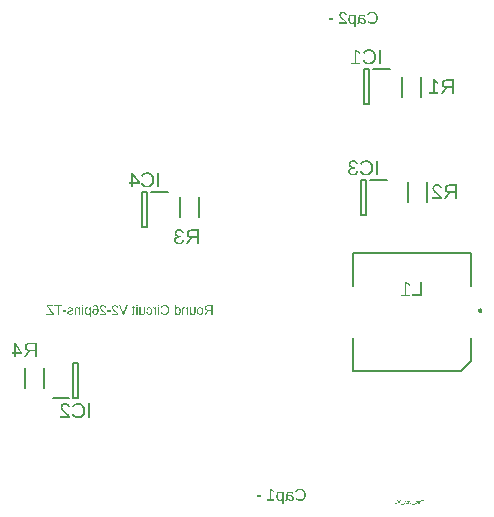
<source format=gbr>
G04 EAGLE Gerber RS-274X export*
G75*
%MOMM*%
%FSLAX34Y34*%
%LPD*%
%INSilkscreen Bottom*%
%IPPOS*%
%AMOC8*
5,1,8,0,0,1.08239X$1,22.5*%
G01*
G04 Define Apertures*
%ADD10C,0.200000*%
%ADD11C,0.127000*%
G36*
X104342Y-196468D02*
X103965Y-196468D01*
X103965Y-195584D01*
X103974Y-195229D01*
X103963Y-195229D01*
X103852Y-195401D01*
X103698Y-195524D01*
X103605Y-195567D01*
X103501Y-195597D01*
X103386Y-195616D01*
X103261Y-195622D01*
X103066Y-195603D01*
X102897Y-195548D01*
X102754Y-195455D01*
X102637Y-195326D01*
X102546Y-195160D01*
X102481Y-194956D01*
X102442Y-194716D01*
X102429Y-194439D01*
X102442Y-194159D01*
X102481Y-193919D01*
X102545Y-193719D01*
X102636Y-193559D01*
X102752Y-193436D01*
X102895Y-193348D01*
X103065Y-193296D01*
X103261Y-193278D01*
X103389Y-193285D01*
X103504Y-193303D01*
X103606Y-193333D01*
X103696Y-193376D01*
X103845Y-193501D01*
X103961Y-193682D01*
X103969Y-193682D01*
X103975Y-193536D01*
X103984Y-193378D01*
X103990Y-193318D01*
X104354Y-193318D01*
X104342Y-193780D01*
X104342Y-196468D01*
G37*
%LPC*%
G36*
X103361Y-195344D02*
X103510Y-195331D01*
X103637Y-195291D01*
X103741Y-195225D01*
X103823Y-195133D01*
X103885Y-195012D01*
X103930Y-194863D01*
X103956Y-194684D01*
X103965Y-194476D01*
X103949Y-194186D01*
X103899Y-193957D01*
X103818Y-193784D01*
X103707Y-193663D01*
X103638Y-193622D01*
X103556Y-193593D01*
X103463Y-193575D01*
X103357Y-193569D01*
X103227Y-193582D01*
X103117Y-193620D01*
X103025Y-193683D01*
X102951Y-193772D01*
X102896Y-193890D01*
X102856Y-194042D01*
X102832Y-194228D01*
X102824Y-194447D01*
X102832Y-194672D01*
X102856Y-194862D01*
X102896Y-195018D01*
X102952Y-195138D01*
X103026Y-195228D01*
X103119Y-195292D01*
X103231Y-195331D01*
X103361Y-195344D01*
G37*
%LPD*%
G36*
X112730Y-195622D02*
X112496Y-195604D01*
X112292Y-195549D01*
X112117Y-195458D01*
X111971Y-195331D01*
X111857Y-195167D01*
X111775Y-194965D01*
X111726Y-194725D01*
X111710Y-194447D01*
X111725Y-194167D01*
X111771Y-193926D01*
X111848Y-193724D01*
X111955Y-193562D01*
X112094Y-193437D01*
X112268Y-193348D01*
X112476Y-193294D01*
X112718Y-193276D01*
X112955Y-193295D01*
X113161Y-193350D01*
X113335Y-193441D01*
X113478Y-193569D01*
X113589Y-193734D01*
X113668Y-193935D01*
X113716Y-194173D01*
X113732Y-194447D01*
X113716Y-194716D01*
X113668Y-194951D01*
X113589Y-195152D01*
X113479Y-195320D01*
X113337Y-195452D01*
X113165Y-195546D01*
X112963Y-195603D01*
X112730Y-195622D01*
G37*
%LPC*%
G36*
X112734Y-195344D02*
X112880Y-195330D01*
X113004Y-195288D01*
X113108Y-195217D01*
X113191Y-195119D01*
X113255Y-194993D01*
X113300Y-194839D01*
X113327Y-194657D01*
X113336Y-194447D01*
X113327Y-194232D01*
X113300Y-194048D01*
X113254Y-193894D01*
X113189Y-193771D01*
X113104Y-193676D01*
X112996Y-193608D01*
X112865Y-193568D01*
X112711Y-193554D01*
X112559Y-193568D01*
X112430Y-193607D01*
X112325Y-193674D01*
X112244Y-193767D01*
X112183Y-193889D01*
X112140Y-194043D01*
X112114Y-194229D01*
X112105Y-194447D01*
X112114Y-194663D01*
X112141Y-194848D01*
X112187Y-195002D01*
X112250Y-195126D01*
X112335Y-195222D01*
X112444Y-195289D01*
X112577Y-195330D01*
X112734Y-195344D01*
G37*
%LPD*%
G36*
X106140Y-195622D02*
X106008Y-195615D01*
X105886Y-195595D01*
X105775Y-195561D01*
X105674Y-195514D01*
X105582Y-195451D01*
X105495Y-195369D01*
X105339Y-195147D01*
X105326Y-195147D01*
X105293Y-195350D01*
X105261Y-195429D01*
X105219Y-195491D01*
X105164Y-195539D01*
X105095Y-195573D01*
X105012Y-195594D01*
X104915Y-195601D01*
X104768Y-195593D01*
X104624Y-195567D01*
X104624Y-195333D01*
X104747Y-195348D01*
X104851Y-195327D01*
X104915Y-195263D01*
X104948Y-195158D01*
X104958Y-195011D01*
X104958Y-194037D01*
X104972Y-193863D01*
X105012Y-193711D01*
X105080Y-193580D01*
X105174Y-193472D01*
X105295Y-193386D01*
X105442Y-193325D01*
X105616Y-193289D01*
X105816Y-193276D01*
X106007Y-193286D01*
X106176Y-193315D01*
X106323Y-193362D01*
X106448Y-193429D01*
X106550Y-193515D01*
X106630Y-193620D01*
X106688Y-193744D01*
X106723Y-193887D01*
X106330Y-193922D01*
X106313Y-193835D01*
X106284Y-193760D01*
X106244Y-193698D01*
X106192Y-193648D01*
X106126Y-193611D01*
X106042Y-193584D01*
X105824Y-193563D01*
X105707Y-193570D01*
X105607Y-193593D01*
X105523Y-193630D01*
X105456Y-193682D01*
X105405Y-193751D01*
X105368Y-193840D01*
X105346Y-193949D01*
X105339Y-194077D01*
X105339Y-194200D01*
X105847Y-194209D01*
X106086Y-194226D01*
X106290Y-194265D01*
X106459Y-194326D01*
X106592Y-194409D01*
X106693Y-194514D01*
X106765Y-194638D01*
X106809Y-194783D01*
X106823Y-194949D01*
X106812Y-195097D01*
X106780Y-195229D01*
X106727Y-195344D01*
X106652Y-195442D01*
X106555Y-195521D01*
X106438Y-195577D01*
X106299Y-195611D01*
X106140Y-195622D01*
G37*
%LPC*%
G36*
X106054Y-195340D02*
X106141Y-195333D01*
X106217Y-195315D01*
X106282Y-195283D01*
X106337Y-195239D01*
X106412Y-195118D01*
X106430Y-195042D01*
X106436Y-194955D01*
X106418Y-194802D01*
X106363Y-194681D01*
X106274Y-194590D01*
X106153Y-194526D01*
X105984Y-194488D01*
X105751Y-194472D01*
X105339Y-194464D01*
X105339Y-194650D01*
X105362Y-194821D01*
X105432Y-194987D01*
X105542Y-195134D01*
X105686Y-195246D01*
X105858Y-195316D01*
X106054Y-195340D01*
G37*
%LPD*%
G36*
X114988Y-195580D02*
X114551Y-195580D01*
X113903Y-193318D01*
X114271Y-193318D01*
X114699Y-194978D01*
X114764Y-195269D01*
X114860Y-194871D01*
X115255Y-193318D01*
X115659Y-193318D01*
X116131Y-195114D01*
X116167Y-195269D01*
X116257Y-194855D01*
X116639Y-193318D01*
X117011Y-193318D01*
X116378Y-195580D01*
X115943Y-195580D01*
X115517Y-193898D01*
X115458Y-193628D01*
X115383Y-193981D01*
X114988Y-195580D01*
G37*
G36*
X98659Y-195580D02*
X98245Y-195580D01*
X97043Y-192635D01*
X97463Y-192635D01*
X98275Y-194708D01*
X98450Y-195229D01*
X98626Y-194708D01*
X99441Y-192635D01*
X99861Y-192635D01*
X98659Y-195580D01*
G37*
G36*
X118272Y-195580D02*
X117875Y-195580D01*
X117875Y-192961D01*
X116863Y-192961D01*
X116863Y-192635D01*
X119284Y-192635D01*
X119284Y-192961D01*
X118272Y-192961D01*
X118272Y-195580D01*
G37*
G36*
X96710Y-195580D02*
X94864Y-195580D01*
X94864Y-195260D01*
X95581Y-195260D01*
X95581Y-192635D01*
X95928Y-192635D01*
X96624Y-193113D01*
X96624Y-193469D01*
X95960Y-192994D01*
X95960Y-195260D01*
X96710Y-195260D01*
X96710Y-195580D01*
G37*
G36*
X108005Y-195622D02*
X107833Y-195610D01*
X107677Y-195573D01*
X107536Y-195512D01*
X107412Y-195427D01*
X107306Y-195322D01*
X107225Y-195200D01*
X107167Y-195062D01*
X107134Y-194907D01*
X107514Y-194882D01*
X107536Y-194987D01*
X107571Y-195078D01*
X107619Y-195155D01*
X107680Y-195216D01*
X107831Y-195298D01*
X107919Y-195318D01*
X108016Y-195325D01*
X108150Y-195311D01*
X108266Y-195271D01*
X108364Y-195203D01*
X108444Y-195108D01*
X108506Y-194984D01*
X108551Y-194832D01*
X108578Y-194650D01*
X108586Y-194439D01*
X108578Y-194220D01*
X108553Y-194036D01*
X108511Y-193886D01*
X108453Y-193770D01*
X108375Y-193683D01*
X108278Y-193621D01*
X108159Y-193584D01*
X108020Y-193571D01*
X107916Y-193578D01*
X107825Y-193599D01*
X107747Y-193633D01*
X107681Y-193682D01*
X107585Y-193812D01*
X107533Y-193981D01*
X107146Y-193952D01*
X107186Y-193802D01*
X107247Y-193670D01*
X107330Y-193555D01*
X107434Y-193456D01*
X107555Y-193377D01*
X107692Y-193321D01*
X107843Y-193288D01*
X108009Y-193276D01*
X108230Y-193295D01*
X108423Y-193351D01*
X108590Y-193445D01*
X108729Y-193576D01*
X108838Y-193743D01*
X108917Y-193944D01*
X108964Y-194179D01*
X108979Y-194447D01*
X108964Y-194717D01*
X108917Y-194953D01*
X108839Y-195155D01*
X108730Y-195322D01*
X108591Y-195453D01*
X108424Y-195547D01*
X108228Y-195603D01*
X108005Y-195622D01*
G37*
G36*
X102320Y-196431D02*
X99826Y-196431D01*
X99826Y-196159D01*
X102320Y-196159D01*
X102320Y-196431D01*
G37*
G36*
X111601Y-196431D02*
X109107Y-196431D01*
X109107Y-196159D01*
X111601Y-196159D01*
X111601Y-196431D01*
G37*
G36*
X-64938Y-35560D02*
X-66170Y-35560D01*
X-64884Y-33608D01*
X-63930Y-32161D01*
X-64150Y-32115D01*
X-64357Y-32055D01*
X-64552Y-31981D01*
X-64735Y-31893D01*
X-64834Y-31834D01*
X-64905Y-31792D01*
X-65064Y-31677D01*
X-65210Y-31548D01*
X-65344Y-31405D01*
X-65464Y-31251D01*
X-65569Y-31088D01*
X-65657Y-30916D01*
X-65729Y-30736D01*
X-65785Y-30546D01*
X-65825Y-30349D01*
X-65849Y-30142D01*
X-65857Y-29926D01*
X-65845Y-29668D01*
X-65811Y-29424D01*
X-65755Y-29194D01*
X-65675Y-28979D01*
X-65573Y-28779D01*
X-65449Y-28593D01*
X-65302Y-28422D01*
X-65132Y-28266D01*
X-64941Y-28126D01*
X-64731Y-28005D01*
X-64502Y-27903D01*
X-64254Y-27819D01*
X-63988Y-27754D01*
X-63702Y-27707D01*
X-63397Y-27679D01*
X-63074Y-27670D01*
X-59361Y-27670D01*
X-59361Y-35560D01*
X-60430Y-35560D01*
X-60430Y-32284D01*
X-62889Y-32284D01*
X-64938Y-35560D01*
G37*
%LPC*%
G36*
X-60430Y-31438D02*
X-60430Y-28526D01*
X-62967Y-28526D01*
X-63381Y-28549D01*
X-63743Y-28617D01*
X-64054Y-28730D01*
X-64191Y-28803D01*
X-64314Y-28888D01*
X-64424Y-28983D01*
X-64519Y-29089D01*
X-64599Y-29205D01*
X-64665Y-29331D01*
X-64716Y-29467D01*
X-64752Y-29614D01*
X-64774Y-29771D01*
X-64782Y-29938D01*
X-64774Y-30111D01*
X-64753Y-30273D01*
X-64717Y-30427D01*
X-64666Y-30570D01*
X-64601Y-30703D01*
X-64522Y-30826D01*
X-64428Y-30940D01*
X-64320Y-31044D01*
X-64198Y-31136D01*
X-64065Y-31216D01*
X-63919Y-31284D01*
X-63762Y-31340D01*
X-63592Y-31383D01*
X-63411Y-31414D01*
X-63217Y-31432D01*
X-63012Y-31438D01*
X-60430Y-31438D01*
G37*
%LPD*%
G36*
X-162474Y-37940D02*
X-163482Y-37940D01*
X-163482Y-35571D01*
X-163476Y-34880D01*
X-163460Y-34619D01*
X-163488Y-34619D01*
X-163622Y-34866D01*
X-163786Y-35080D01*
X-163978Y-35261D01*
X-164199Y-35409D01*
X-164448Y-35524D01*
X-164727Y-35606D01*
X-165034Y-35656D01*
X-165369Y-35672D01*
X-165639Y-35660D01*
X-165892Y-35622D01*
X-166127Y-35561D01*
X-166344Y-35474D01*
X-166545Y-35363D01*
X-166727Y-35226D01*
X-166893Y-35065D01*
X-167041Y-34880D01*
X-167171Y-34669D01*
X-167285Y-34434D01*
X-167380Y-34174D01*
X-167459Y-33889D01*
X-167520Y-33580D01*
X-167563Y-33245D01*
X-167589Y-32886D01*
X-167598Y-32502D01*
X-167589Y-32114D01*
X-167563Y-31752D01*
X-167520Y-31418D01*
X-167459Y-31109D01*
X-167381Y-30828D01*
X-167286Y-30574D01*
X-167174Y-30346D01*
X-167044Y-30145D01*
X-166896Y-29969D01*
X-166731Y-29817D01*
X-166548Y-29688D01*
X-166348Y-29582D01*
X-166130Y-29500D01*
X-165894Y-29441D01*
X-165640Y-29406D01*
X-165369Y-29394D01*
X-165026Y-29411D01*
X-164717Y-29460D01*
X-164443Y-29541D01*
X-164204Y-29655D01*
X-163994Y-29804D01*
X-163805Y-29990D01*
X-163638Y-30214D01*
X-163493Y-30475D01*
X-163471Y-30475D01*
X-163457Y-30083D01*
X-163432Y-29660D01*
X-163415Y-29501D01*
X-162440Y-29501D01*
X-162466Y-29961D01*
X-162474Y-30738D01*
X-162474Y-37940D01*
G37*
%LPC*%
G36*
X-165100Y-34927D02*
X-164894Y-34918D01*
X-164702Y-34892D01*
X-164525Y-34848D01*
X-164363Y-34786D01*
X-164215Y-34706D01*
X-164083Y-34609D01*
X-163965Y-34494D01*
X-163863Y-34362D01*
X-163774Y-34210D01*
X-163696Y-34040D01*
X-163631Y-33849D01*
X-163577Y-33639D01*
X-163536Y-33410D01*
X-163506Y-33160D01*
X-163488Y-32892D01*
X-163482Y-32603D01*
X-163493Y-32195D01*
X-163526Y-31827D01*
X-163581Y-31499D01*
X-163658Y-31212D01*
X-163757Y-30962D01*
X-163875Y-30748D01*
X-164014Y-30569D01*
X-164174Y-30425D01*
X-164359Y-30315D01*
X-164578Y-30236D01*
X-164828Y-30189D01*
X-165112Y-30173D01*
X-165292Y-30181D01*
X-165459Y-30207D01*
X-165614Y-30249D01*
X-165756Y-30309D01*
X-165885Y-30385D01*
X-166002Y-30478D01*
X-166106Y-30589D01*
X-166198Y-30716D01*
X-166278Y-30863D01*
X-166347Y-31033D01*
X-166406Y-31225D01*
X-166454Y-31440D01*
X-166492Y-31677D01*
X-166518Y-31937D01*
X-166540Y-32525D01*
X-166518Y-33128D01*
X-166491Y-33394D01*
X-166454Y-33637D01*
X-166405Y-33857D01*
X-166346Y-34053D01*
X-166276Y-34226D01*
X-166195Y-34376D01*
X-166103Y-34505D01*
X-165998Y-34617D01*
X-165880Y-34712D01*
X-165749Y-34789D01*
X-165606Y-34850D01*
X-165450Y-34893D01*
X-165282Y-34919D01*
X-165100Y-34927D01*
G37*
%LPD*%
G36*
X-88537Y-35672D02*
X-88864Y-35656D01*
X-89165Y-35609D01*
X-89437Y-35530D01*
X-89682Y-35420D01*
X-89901Y-35273D01*
X-90098Y-35085D01*
X-90272Y-34856D01*
X-90424Y-34586D01*
X-90446Y-34586D01*
X-90466Y-35146D01*
X-90502Y-35560D01*
X-91465Y-35560D01*
X-91440Y-35097D01*
X-91432Y-34311D01*
X-91432Y-27250D01*
X-90424Y-27250D01*
X-90424Y-29764D01*
X-90435Y-30442D01*
X-90424Y-30442D01*
X-90273Y-30186D01*
X-90099Y-29967D01*
X-89903Y-29785D01*
X-89685Y-29641D01*
X-89441Y-29531D01*
X-89168Y-29452D01*
X-88867Y-29405D01*
X-88537Y-29389D01*
X-88267Y-29401D01*
X-88014Y-29438D01*
X-87779Y-29500D01*
X-87562Y-29587D01*
X-87361Y-29698D01*
X-87178Y-29835D01*
X-87013Y-29996D01*
X-86865Y-30181D01*
X-86734Y-30392D01*
X-86621Y-30627D01*
X-86526Y-30887D01*
X-86447Y-31172D01*
X-86386Y-31481D01*
X-86343Y-31816D01*
X-86317Y-32175D01*
X-86308Y-32558D01*
X-86316Y-32938D01*
X-86342Y-33293D01*
X-86384Y-33623D01*
X-86443Y-33928D01*
X-86519Y-34208D01*
X-86612Y-34463D01*
X-86722Y-34694D01*
X-86848Y-34899D01*
X-86993Y-35080D01*
X-87156Y-35237D01*
X-87339Y-35370D01*
X-87541Y-35479D01*
X-87761Y-35563D01*
X-88001Y-35624D01*
X-88259Y-35660D01*
X-88537Y-35672D01*
G37*
%LPC*%
G36*
X-88794Y-34894D02*
X-88612Y-34885D01*
X-88442Y-34859D01*
X-88286Y-34816D01*
X-88143Y-34756D01*
X-88013Y-34679D01*
X-87896Y-34585D01*
X-87793Y-34473D01*
X-87702Y-34345D01*
X-87623Y-34196D01*
X-87555Y-34025D01*
X-87497Y-33832D01*
X-87450Y-33615D01*
X-87413Y-33377D01*
X-87387Y-33115D01*
X-87366Y-32525D01*
X-87387Y-31936D01*
X-87414Y-31674D01*
X-87451Y-31435D01*
X-87499Y-31217D01*
X-87557Y-31022D01*
X-87626Y-30848D01*
X-87705Y-30696D01*
X-87796Y-30565D01*
X-87901Y-30450D01*
X-88019Y-30353D01*
X-88150Y-30274D01*
X-88294Y-30213D01*
X-88451Y-30169D01*
X-88622Y-30142D01*
X-88805Y-30134D01*
X-89010Y-30142D01*
X-89200Y-30169D01*
X-89375Y-30212D01*
X-89536Y-30274D01*
X-89683Y-30352D01*
X-89816Y-30449D01*
X-89934Y-30562D01*
X-90037Y-30694D01*
X-90128Y-30844D01*
X-90206Y-31014D01*
X-90273Y-31204D01*
X-90327Y-31415D01*
X-90369Y-31645D01*
X-90400Y-31896D01*
X-90418Y-32167D01*
X-90424Y-32458D01*
X-90418Y-32760D01*
X-90400Y-33041D01*
X-90369Y-33302D01*
X-90327Y-33543D01*
X-90273Y-33763D01*
X-90206Y-33962D01*
X-90128Y-34141D01*
X-90037Y-34300D01*
X-90025Y-34317D01*
X-89933Y-34439D01*
X-89815Y-34560D01*
X-89681Y-34662D01*
X-89533Y-34745D01*
X-89371Y-34810D01*
X-89193Y-34857D01*
X-89001Y-34884D01*
X-88794Y-34894D01*
G37*
%LPD*%
G36*
X-69865Y-35672D02*
X-70189Y-35660D01*
X-70492Y-35623D01*
X-70776Y-35563D01*
X-71040Y-35477D01*
X-71284Y-35368D01*
X-71508Y-35234D01*
X-71713Y-35076D01*
X-71898Y-34894D01*
X-72062Y-34686D01*
X-72204Y-34454D01*
X-72325Y-34196D01*
X-72423Y-33912D01*
X-72500Y-33603D01*
X-72554Y-33269D01*
X-72587Y-32910D01*
X-72598Y-32525D01*
X-72588Y-32136D01*
X-72557Y-31774D01*
X-72506Y-31438D01*
X-72434Y-31128D01*
X-72342Y-30845D01*
X-72229Y-30588D01*
X-72096Y-30358D01*
X-71943Y-30153D01*
X-71768Y-29974D01*
X-71569Y-29819D01*
X-71348Y-29687D01*
X-71104Y-29580D01*
X-70837Y-29496D01*
X-70547Y-29437D01*
X-70235Y-29401D01*
X-69899Y-29389D01*
X-69570Y-29401D01*
X-69262Y-29438D01*
X-68976Y-29499D01*
X-68711Y-29585D01*
X-68467Y-29695D01*
X-68244Y-29830D01*
X-68042Y-29989D01*
X-67862Y-30173D01*
X-67703Y-30381D01*
X-67565Y-30614D01*
X-67448Y-30871D01*
X-67353Y-31153D01*
X-67278Y-31459D01*
X-67225Y-31790D01*
X-67193Y-32145D01*
X-67183Y-32525D01*
X-67193Y-32896D01*
X-67225Y-33244D01*
X-67278Y-33570D01*
X-67352Y-33874D01*
X-67448Y-34155D01*
X-67564Y-34413D01*
X-67702Y-34649D01*
X-67860Y-34863D01*
X-68040Y-35052D01*
X-68240Y-35217D01*
X-68460Y-35356D01*
X-68700Y-35470D01*
X-68961Y-35558D01*
X-69242Y-35621D01*
X-69544Y-35659D01*
X-69865Y-35672D01*
G37*
%LPC*%
G36*
X-69854Y-34927D02*
X-69652Y-34918D01*
X-69465Y-34890D01*
X-69291Y-34843D01*
X-69131Y-34777D01*
X-68985Y-34692D01*
X-68853Y-34589D01*
X-68735Y-34466D01*
X-68630Y-34325D01*
X-68539Y-34165D01*
X-68460Y-33987D01*
X-68393Y-33790D01*
X-68339Y-33574D01*
X-68296Y-33340D01*
X-68266Y-33087D01*
X-68247Y-32815D01*
X-68241Y-32525D01*
X-68247Y-32227D01*
X-68266Y-31950D01*
X-68297Y-31693D01*
X-68340Y-31456D01*
X-68395Y-31240D01*
X-68463Y-31044D01*
X-68544Y-30868D01*
X-68636Y-30713D01*
X-68742Y-30577D01*
X-68864Y-30460D01*
X-69001Y-30360D01*
X-69153Y-30279D01*
X-69321Y-30215D01*
X-69504Y-30170D01*
X-69702Y-30143D01*
X-69916Y-30134D01*
X-70128Y-30143D01*
X-70324Y-30169D01*
X-70504Y-30214D01*
X-70668Y-30276D01*
X-70817Y-30356D01*
X-70949Y-30453D01*
X-71066Y-30569D01*
X-71167Y-30702D01*
X-71255Y-30855D01*
X-71330Y-31029D01*
X-71394Y-31225D01*
X-71447Y-31442D01*
X-71487Y-31681D01*
X-71516Y-31941D01*
X-71534Y-32222D01*
X-71540Y-32525D01*
X-71534Y-32824D01*
X-71515Y-33103D01*
X-71485Y-33361D01*
X-71442Y-33599D01*
X-71388Y-33816D01*
X-71321Y-34013D01*
X-71242Y-34189D01*
X-71150Y-34345D01*
X-71045Y-34481D01*
X-70923Y-34600D01*
X-70786Y-34700D01*
X-70632Y-34782D01*
X-70462Y-34845D01*
X-70275Y-34891D01*
X-70073Y-34918D01*
X-69854Y-34927D01*
G37*
%LPD*%
G36*
X-158653Y-35672D02*
X-158943Y-35661D01*
X-159217Y-35627D01*
X-159475Y-35570D01*
X-159717Y-35491D01*
X-159942Y-35390D01*
X-160152Y-35266D01*
X-160346Y-35119D01*
X-160523Y-34950D01*
X-160682Y-34761D01*
X-160819Y-34556D01*
X-160936Y-34334D01*
X-161031Y-34096D01*
X-161105Y-33841D01*
X-161158Y-33570D01*
X-161190Y-33282D01*
X-161201Y-32978D01*
X-161191Y-32697D01*
X-161161Y-32431D01*
X-161110Y-32179D01*
X-161040Y-31942D01*
X-160950Y-31720D01*
X-160840Y-31513D01*
X-160710Y-31320D01*
X-160559Y-31142D01*
X-160392Y-30982D01*
X-160211Y-30843D01*
X-160015Y-30725D01*
X-159806Y-30629D01*
X-159582Y-30555D01*
X-159344Y-30501D01*
X-159092Y-30469D01*
X-158826Y-30458D01*
X-158513Y-30475D01*
X-158219Y-30525D01*
X-157942Y-30608D01*
X-157684Y-30724D01*
X-157449Y-30873D01*
X-157241Y-31051D01*
X-157062Y-31260D01*
X-156911Y-31500D01*
X-156918Y-31130D01*
X-156941Y-30783D01*
X-156978Y-30459D01*
X-157029Y-30157D01*
X-157096Y-29877D01*
X-157177Y-29620D01*
X-157273Y-29385D01*
X-157384Y-29173D01*
X-157509Y-28985D01*
X-157645Y-28822D01*
X-157794Y-28684D01*
X-157955Y-28571D01*
X-158128Y-28483D01*
X-158313Y-28420D01*
X-158510Y-28382D01*
X-158720Y-28370D01*
X-158959Y-28385D01*
X-159177Y-28430D01*
X-159372Y-28505D01*
X-159546Y-28610D01*
X-159697Y-28746D01*
X-159827Y-28911D01*
X-159934Y-29107D01*
X-160019Y-29333D01*
X-160982Y-29159D01*
X-160845Y-28783D01*
X-160667Y-28456D01*
X-160448Y-28180D01*
X-160187Y-27954D01*
X-160041Y-27860D01*
X-159885Y-27778D01*
X-159718Y-27709D01*
X-159542Y-27653D01*
X-159354Y-27609D01*
X-159157Y-27577D01*
X-158949Y-27558D01*
X-158731Y-27552D01*
X-158402Y-27569D01*
X-158092Y-27621D01*
X-157802Y-27706D01*
X-157531Y-27826D01*
X-157280Y-27981D01*
X-157048Y-28169D01*
X-156835Y-28392D01*
X-156642Y-28650D01*
X-156470Y-28939D01*
X-156321Y-29258D01*
X-156195Y-29607D01*
X-156092Y-29985D01*
X-156012Y-30394D01*
X-155954Y-30832D01*
X-155920Y-31299D01*
X-155909Y-31797D01*
X-155920Y-32256D01*
X-155953Y-32687D01*
X-156008Y-33090D01*
X-156085Y-33464D01*
X-156184Y-33811D01*
X-156306Y-34129D01*
X-156449Y-34419D01*
X-156614Y-34681D01*
X-156800Y-34913D01*
X-157006Y-35114D01*
X-157232Y-35285D01*
X-157477Y-35424D01*
X-157741Y-35533D01*
X-158025Y-35610D01*
X-158329Y-35657D01*
X-158653Y-35672D01*
G37*
%LPC*%
G36*
X-158619Y-34860D02*
X-158447Y-34851D01*
X-158282Y-34824D01*
X-158126Y-34778D01*
X-157977Y-34714D01*
X-157837Y-34633D01*
X-157704Y-34532D01*
X-157579Y-34414D01*
X-157463Y-34278D01*
X-157357Y-34127D01*
X-157265Y-33966D01*
X-157188Y-33794D01*
X-157125Y-33613D01*
X-157075Y-33421D01*
X-157040Y-33218D01*
X-157019Y-33005D01*
X-157012Y-32782D01*
X-157019Y-32607D01*
X-157039Y-32441D01*
X-157073Y-32284D01*
X-157120Y-32138D01*
X-157181Y-32001D01*
X-157256Y-31874D01*
X-157344Y-31756D01*
X-157446Y-31648D01*
X-157680Y-31468D01*
X-157948Y-31340D01*
X-158094Y-31295D01*
X-158250Y-31263D01*
X-158413Y-31243D01*
X-158585Y-31237D01*
X-158768Y-31244D01*
X-158940Y-31266D01*
X-159102Y-31302D01*
X-159253Y-31353D01*
X-159394Y-31418D01*
X-159525Y-31498D01*
X-159646Y-31593D01*
X-159756Y-31702D01*
X-159854Y-31824D01*
X-159940Y-31959D01*
X-160012Y-32105D01*
X-160071Y-32264D01*
X-160117Y-32436D01*
X-160150Y-32619D01*
X-160169Y-32815D01*
X-160176Y-33023D01*
X-160169Y-33232D01*
X-160150Y-33429D01*
X-160118Y-33614D01*
X-160072Y-33788D01*
X-160014Y-33951D01*
X-159943Y-34102D01*
X-159859Y-34242D01*
X-159761Y-34370D01*
X-159653Y-34485D01*
X-159535Y-34584D01*
X-159407Y-34669D01*
X-159269Y-34738D01*
X-159121Y-34791D01*
X-158963Y-34829D01*
X-158796Y-34852D01*
X-158619Y-34860D01*
G37*
%LPD*%
G36*
X-99818Y-35672D02*
X-100105Y-35664D01*
X-100383Y-35639D01*
X-100652Y-35597D01*
X-100912Y-35539D01*
X-101164Y-35464D01*
X-101406Y-35373D01*
X-101640Y-35265D01*
X-101865Y-35140D01*
X-102079Y-34999D01*
X-102281Y-34844D01*
X-102471Y-34673D01*
X-102648Y-34486D01*
X-102813Y-34285D01*
X-102966Y-34068D01*
X-103106Y-33836D01*
X-103234Y-33589D01*
X-102361Y-33152D01*
X-102139Y-33537D01*
X-101892Y-33870D01*
X-101619Y-34152D01*
X-101321Y-34383D01*
X-100996Y-34562D01*
X-100646Y-34690D01*
X-100461Y-34735D01*
X-100270Y-34767D01*
X-100073Y-34786D01*
X-99869Y-34793D01*
X-99554Y-34779D01*
X-99255Y-34738D01*
X-98974Y-34669D01*
X-98709Y-34572D01*
X-98461Y-34448D01*
X-98229Y-34297D01*
X-98014Y-34118D01*
X-97816Y-33911D01*
X-97638Y-33681D01*
X-97484Y-33434D01*
X-97354Y-33169D01*
X-97247Y-32887D01*
X-97164Y-32586D01*
X-97105Y-32268D01*
X-97069Y-31932D01*
X-97058Y-31578D01*
X-97069Y-31221D01*
X-97103Y-30884D01*
X-97160Y-30566D01*
X-97240Y-30267D01*
X-97342Y-29988D01*
X-97467Y-29729D01*
X-97615Y-29489D01*
X-97786Y-29268D01*
X-97977Y-29071D01*
X-98186Y-28900D01*
X-98413Y-28755D01*
X-98659Y-28636D01*
X-98923Y-28544D01*
X-99205Y-28478D01*
X-99505Y-28439D01*
X-99824Y-28426D01*
X-100227Y-28448D01*
X-100602Y-28517D01*
X-100948Y-28630D01*
X-101266Y-28790D01*
X-101549Y-28992D01*
X-101790Y-29235D01*
X-101990Y-29518D01*
X-102148Y-29842D01*
X-103162Y-29506D01*
X-103055Y-29272D01*
X-102935Y-29052D01*
X-102800Y-28847D01*
X-102652Y-28657D01*
X-102490Y-28481D01*
X-102313Y-28321D01*
X-102123Y-28176D01*
X-101918Y-28045D01*
X-101700Y-27929D01*
X-101470Y-27829D01*
X-101226Y-27745D01*
X-100969Y-27675D01*
X-100699Y-27621D01*
X-100417Y-27583D01*
X-100121Y-27560D01*
X-99813Y-27552D01*
X-99374Y-27569D01*
X-98960Y-27619D01*
X-98571Y-27702D01*
X-98206Y-27819D01*
X-97865Y-27970D01*
X-97549Y-28154D01*
X-97257Y-28371D01*
X-96990Y-28622D01*
X-96751Y-28902D01*
X-96544Y-29208D01*
X-96369Y-29539D01*
X-96226Y-29896D01*
X-96114Y-30278D01*
X-96035Y-30686D01*
X-95987Y-31119D01*
X-95971Y-31578D01*
X-95978Y-31888D01*
X-96000Y-32187D01*
X-96035Y-32476D01*
X-96085Y-32754D01*
X-96149Y-33021D01*
X-96228Y-33278D01*
X-96321Y-33524D01*
X-96428Y-33760D01*
X-96548Y-33983D01*
X-96682Y-34194D01*
X-96828Y-34391D01*
X-96988Y-34574D01*
X-97160Y-34745D01*
X-97345Y-34902D01*
X-97544Y-35046D01*
X-97755Y-35176D01*
X-97977Y-35293D01*
X-98210Y-35393D01*
X-98453Y-35478D01*
X-98706Y-35548D01*
X-98969Y-35602D01*
X-99242Y-35641D01*
X-99525Y-35664D01*
X-99818Y-35672D01*
G37*
G36*
X-193940Y-35560D02*
X-200223Y-35560D01*
X-200223Y-34686D01*
X-195155Y-34686D01*
X-199960Y-28448D01*
X-199960Y-27670D01*
X-194349Y-27670D01*
X-194349Y-28543D01*
X-198745Y-28543D01*
X-193940Y-34759D01*
X-193940Y-35560D01*
G37*
G36*
X-134378Y-35560D02*
X-135487Y-35560D01*
X-138707Y-27670D01*
X-137581Y-27670D01*
X-135408Y-33225D01*
X-134938Y-34619D01*
X-134467Y-33225D01*
X-132283Y-27670D01*
X-131158Y-27670D01*
X-134378Y-35560D01*
G37*
G36*
X-149528Y-35560D02*
X-154753Y-35560D01*
X-154753Y-34703D01*
X-150637Y-34703D01*
X-150734Y-34505D01*
X-150858Y-34304D01*
X-151009Y-34098D01*
X-151186Y-33888D01*
X-151632Y-33440D01*
X-152210Y-32939D01*
X-153192Y-32112D01*
X-153541Y-31792D01*
X-153795Y-31534D01*
X-153990Y-31307D01*
X-154159Y-31080D01*
X-154302Y-30853D01*
X-154420Y-30626D01*
X-154512Y-30399D01*
X-154577Y-30171D01*
X-154617Y-29943D01*
X-154630Y-29714D01*
X-154620Y-29462D01*
X-154590Y-29225D01*
X-154539Y-29003D01*
X-154469Y-28796D01*
X-154379Y-28604D01*
X-154269Y-28426D01*
X-154139Y-28263D01*
X-153988Y-28115D01*
X-153820Y-27983D01*
X-153633Y-27869D01*
X-153430Y-27772D01*
X-153209Y-27693D01*
X-152971Y-27631D01*
X-152716Y-27587D01*
X-152444Y-27561D01*
X-152154Y-27552D01*
X-151889Y-27561D01*
X-151636Y-27587D01*
X-151395Y-27631D01*
X-151167Y-27692D01*
X-150951Y-27771D01*
X-150747Y-27867D01*
X-150556Y-27981D01*
X-150376Y-28112D01*
X-150213Y-28258D01*
X-150067Y-28416D01*
X-149939Y-28586D01*
X-149830Y-28769D01*
X-149738Y-28963D01*
X-149665Y-29169D01*
X-149610Y-29388D01*
X-149573Y-29618D01*
X-150603Y-29714D01*
X-150661Y-29415D01*
X-150762Y-29152D01*
X-150906Y-28924D01*
X-151093Y-28731D01*
X-151316Y-28578D01*
X-151567Y-28468D01*
X-151847Y-28403D01*
X-152154Y-28381D01*
X-152475Y-28403D01*
X-152758Y-28470D01*
X-153004Y-28582D01*
X-153213Y-28739D01*
X-153379Y-28937D01*
X-153498Y-29170D01*
X-153570Y-29441D01*
X-153594Y-29747D01*
X-153580Y-29982D01*
X-153538Y-30204D01*
X-153469Y-30413D01*
X-153372Y-30610D01*
X-153253Y-30798D01*
X-153117Y-30982D01*
X-152793Y-31338D01*
X-152413Y-31685D01*
X-151989Y-32032D01*
X-151542Y-32394D01*
X-151090Y-32785D01*
X-150647Y-33215D01*
X-150225Y-33692D01*
X-150027Y-33953D01*
X-149845Y-34232D01*
X-149679Y-34531D01*
X-149528Y-34849D01*
X-149528Y-35560D01*
G37*
G36*
X-139341Y-35560D02*
X-144565Y-35560D01*
X-144565Y-34703D01*
X-140449Y-34703D01*
X-140547Y-34505D01*
X-140671Y-34304D01*
X-140821Y-34098D01*
X-140998Y-33888D01*
X-141445Y-33440D01*
X-142023Y-32939D01*
X-143004Y-32112D01*
X-143353Y-31792D01*
X-143608Y-31534D01*
X-143802Y-31307D01*
X-143971Y-31080D01*
X-144114Y-30853D01*
X-144232Y-30626D01*
X-144324Y-30399D01*
X-144390Y-30171D01*
X-144429Y-29943D01*
X-144442Y-29714D01*
X-144432Y-29462D01*
X-144402Y-29225D01*
X-144352Y-29003D01*
X-144282Y-28796D01*
X-144192Y-28604D01*
X-144081Y-28426D01*
X-143951Y-28263D01*
X-143801Y-28115D01*
X-143632Y-27983D01*
X-143446Y-27869D01*
X-143242Y-27772D01*
X-143022Y-27693D01*
X-142784Y-27631D01*
X-142529Y-27587D01*
X-142257Y-27561D01*
X-141967Y-27552D01*
X-141702Y-27561D01*
X-141448Y-27587D01*
X-141208Y-27631D01*
X-140979Y-27692D01*
X-140763Y-27771D01*
X-140559Y-27867D01*
X-140368Y-27981D01*
X-140189Y-28112D01*
X-140025Y-28258D01*
X-139879Y-28416D01*
X-139752Y-28586D01*
X-139642Y-28769D01*
X-139551Y-28963D01*
X-139478Y-29169D01*
X-139422Y-29388D01*
X-139385Y-29618D01*
X-140416Y-29714D01*
X-140474Y-29415D01*
X-140575Y-29152D01*
X-140719Y-28924D01*
X-140906Y-28731D01*
X-141129Y-28578D01*
X-141380Y-28468D01*
X-141659Y-28403D01*
X-141967Y-28381D01*
X-142287Y-28403D01*
X-142570Y-28470D01*
X-142816Y-28582D01*
X-143025Y-28739D01*
X-143192Y-28937D01*
X-143311Y-29170D01*
X-143382Y-29441D01*
X-143406Y-29747D01*
X-143392Y-29982D01*
X-143351Y-30204D01*
X-143282Y-30413D01*
X-143185Y-30610D01*
X-143066Y-30798D01*
X-142929Y-30982D01*
X-142605Y-31338D01*
X-142225Y-31685D01*
X-141802Y-32032D01*
X-141354Y-32394D01*
X-140903Y-32785D01*
X-140460Y-33215D01*
X-140038Y-33692D01*
X-139840Y-33953D01*
X-139658Y-34232D01*
X-139491Y-34531D01*
X-139341Y-34849D01*
X-139341Y-35560D01*
G37*
G36*
X-175259Y-35560D02*
X-176272Y-35560D01*
X-176272Y-31522D01*
X-176265Y-31247D01*
X-176243Y-30992D01*
X-176207Y-30757D01*
X-176157Y-30542D01*
X-176092Y-30347D01*
X-176012Y-30173D01*
X-175919Y-30018D01*
X-175810Y-29884D01*
X-175686Y-29768D01*
X-175546Y-29668D01*
X-175389Y-29582D01*
X-175215Y-29513D01*
X-175024Y-29459D01*
X-174817Y-29420D01*
X-174592Y-29397D01*
X-174352Y-29389D01*
X-174027Y-29405D01*
X-173729Y-29454D01*
X-173460Y-29535D01*
X-173218Y-29649D01*
X-172996Y-29802D01*
X-172788Y-30001D01*
X-172594Y-30246D01*
X-172414Y-30537D01*
X-172397Y-30537D01*
X-172378Y-29935D01*
X-172364Y-29652D01*
X-172352Y-29501D01*
X-171400Y-29501D01*
X-171426Y-29942D01*
X-171434Y-30794D01*
X-171434Y-35560D01*
X-172442Y-35560D01*
X-172442Y-32049D01*
X-172449Y-31834D01*
X-172468Y-31631D01*
X-172501Y-31440D01*
X-172547Y-31261D01*
X-172606Y-31094D01*
X-172678Y-30939D01*
X-172764Y-30796D01*
X-172862Y-30666D01*
X-172972Y-30549D01*
X-173091Y-30448D01*
X-173220Y-30362D01*
X-173359Y-30292D01*
X-173507Y-30237D01*
X-173665Y-30198D01*
X-173833Y-30175D01*
X-174010Y-30167D01*
X-174244Y-30176D01*
X-174448Y-30204D01*
X-174622Y-30249D01*
X-174766Y-30313D01*
X-174886Y-30397D01*
X-174989Y-30505D01*
X-175074Y-30635D01*
X-175141Y-30789D01*
X-175193Y-30971D01*
X-175229Y-31186D01*
X-175251Y-31436D01*
X-175259Y-31718D01*
X-175259Y-35560D01*
G37*
G36*
X-84071Y-35560D02*
X-85085Y-35560D01*
X-85085Y-31522D01*
X-85078Y-31247D01*
X-85056Y-30992D01*
X-85020Y-30757D01*
X-84969Y-30542D01*
X-84904Y-30347D01*
X-84825Y-30173D01*
X-84731Y-30018D01*
X-84623Y-29884D01*
X-84499Y-29768D01*
X-84358Y-29668D01*
X-84201Y-29582D01*
X-84027Y-29513D01*
X-83836Y-29459D01*
X-83629Y-29420D01*
X-83405Y-29397D01*
X-83164Y-29389D01*
X-82839Y-29405D01*
X-82542Y-29454D01*
X-82272Y-29535D01*
X-82030Y-29649D01*
X-81809Y-29802D01*
X-81601Y-30001D01*
X-81407Y-30246D01*
X-81226Y-30537D01*
X-81210Y-30537D01*
X-81190Y-29935D01*
X-81176Y-29652D01*
X-81165Y-29501D01*
X-80213Y-29501D01*
X-80238Y-29942D01*
X-80246Y-30794D01*
X-80246Y-35560D01*
X-81254Y-35560D01*
X-81254Y-32049D01*
X-81261Y-31834D01*
X-81281Y-31631D01*
X-81314Y-31440D01*
X-81359Y-31261D01*
X-81419Y-31094D01*
X-81491Y-30939D01*
X-81576Y-30796D01*
X-81674Y-30666D01*
X-81784Y-30549D01*
X-81904Y-30448D01*
X-82033Y-30362D01*
X-82171Y-30292D01*
X-82320Y-30237D01*
X-82478Y-30198D01*
X-82645Y-30175D01*
X-82822Y-30167D01*
X-83057Y-30176D01*
X-83261Y-30204D01*
X-83435Y-30249D01*
X-83578Y-30313D01*
X-83698Y-30397D01*
X-83801Y-30505D01*
X-83886Y-30635D01*
X-83954Y-30789D01*
X-84005Y-30971D01*
X-84042Y-31186D01*
X-84064Y-31436D01*
X-84071Y-31718D01*
X-84071Y-35560D01*
G37*
G36*
X-118461Y-35672D02*
X-118786Y-35656D01*
X-119083Y-35607D01*
X-119353Y-35526D01*
X-119595Y-35412D01*
X-119816Y-35259D01*
X-120024Y-35060D01*
X-120218Y-34815D01*
X-120398Y-34524D01*
X-120415Y-34524D01*
X-120435Y-35126D01*
X-120449Y-35409D01*
X-120460Y-35560D01*
X-121412Y-35560D01*
X-121387Y-35119D01*
X-121378Y-34266D01*
X-121378Y-29501D01*
X-120370Y-29501D01*
X-120370Y-33012D01*
X-120364Y-33227D01*
X-120344Y-33430D01*
X-120311Y-33621D01*
X-120265Y-33800D01*
X-120206Y-33967D01*
X-120134Y-34122D01*
X-120049Y-34265D01*
X-119950Y-34395D01*
X-119840Y-34512D01*
X-119721Y-34613D01*
X-119592Y-34699D01*
X-119453Y-34769D01*
X-119305Y-34824D01*
X-119147Y-34862D01*
X-118979Y-34886D01*
X-118802Y-34894D01*
X-118568Y-34885D01*
X-118364Y-34857D01*
X-118190Y-34812D01*
X-118046Y-34748D01*
X-117926Y-34664D01*
X-117824Y-34556D01*
X-117739Y-34426D01*
X-117671Y-34272D01*
X-117620Y-34090D01*
X-117583Y-33874D01*
X-117561Y-33625D01*
X-117553Y-33342D01*
X-117553Y-29501D01*
X-116540Y-29501D01*
X-116540Y-33538D01*
X-116547Y-33814D01*
X-116569Y-34069D01*
X-116605Y-34304D01*
X-116655Y-34519D01*
X-116720Y-34714D01*
X-116800Y-34888D01*
X-116894Y-35042D01*
X-117002Y-35176D01*
X-117126Y-35293D01*
X-117266Y-35393D01*
X-117423Y-35478D01*
X-117597Y-35548D01*
X-117788Y-35602D01*
X-117996Y-35641D01*
X-118220Y-35664D01*
X-118461Y-35672D01*
G37*
G36*
X-75742Y-35672D02*
X-76067Y-35656D01*
X-76364Y-35607D01*
X-76634Y-35526D01*
X-76876Y-35412D01*
X-77097Y-35259D01*
X-77305Y-35060D01*
X-77499Y-34815D01*
X-77679Y-34524D01*
X-77696Y-34524D01*
X-77716Y-35126D01*
X-77730Y-35409D01*
X-77741Y-35560D01*
X-78693Y-35560D01*
X-78668Y-35119D01*
X-78659Y-34266D01*
X-78659Y-29501D01*
X-77651Y-29501D01*
X-77651Y-33012D01*
X-77645Y-33227D01*
X-77625Y-33430D01*
X-77592Y-33621D01*
X-77546Y-33800D01*
X-77487Y-33967D01*
X-77415Y-34122D01*
X-77330Y-34265D01*
X-77231Y-34395D01*
X-77122Y-34512D01*
X-77002Y-34613D01*
X-76873Y-34699D01*
X-76734Y-34769D01*
X-76586Y-34824D01*
X-76428Y-34862D01*
X-76261Y-34886D01*
X-76083Y-34894D01*
X-75849Y-34885D01*
X-75645Y-34857D01*
X-75471Y-34812D01*
X-75327Y-34748D01*
X-75207Y-34664D01*
X-75105Y-34556D01*
X-75020Y-34426D01*
X-74952Y-34272D01*
X-74901Y-34090D01*
X-74864Y-33874D01*
X-74842Y-33625D01*
X-74835Y-33342D01*
X-74835Y-29501D01*
X-73821Y-29501D01*
X-73821Y-33538D01*
X-73828Y-33814D01*
X-73850Y-34069D01*
X-73886Y-34304D01*
X-73937Y-34519D01*
X-74002Y-34714D01*
X-74081Y-34888D01*
X-74175Y-35042D01*
X-74283Y-35176D01*
X-74407Y-35293D01*
X-74547Y-35393D01*
X-74705Y-35478D01*
X-74879Y-35548D01*
X-75069Y-35602D01*
X-75277Y-35641D01*
X-75501Y-35664D01*
X-75742Y-35672D01*
G37*
G36*
X-179875Y-35672D02*
X-180158Y-35665D01*
X-180425Y-35643D01*
X-180676Y-35607D01*
X-180911Y-35556D01*
X-181129Y-35490D01*
X-181331Y-35411D01*
X-181517Y-35316D01*
X-181687Y-35207D01*
X-181839Y-35085D01*
X-181970Y-34950D01*
X-182081Y-34804D01*
X-182172Y-34644D01*
X-182243Y-34473D01*
X-182293Y-34290D01*
X-182324Y-34094D01*
X-182334Y-33886D01*
X-182327Y-33717D01*
X-182306Y-33557D01*
X-182271Y-33407D01*
X-182222Y-33267D01*
X-182087Y-33011D01*
X-181905Y-32788D01*
X-181664Y-32590D01*
X-181348Y-32410D01*
X-181144Y-32323D01*
X-180883Y-32232D01*
X-180195Y-32038D01*
X-179495Y-31853D01*
X-179086Y-31713D01*
X-178855Y-31583D01*
X-178688Y-31427D01*
X-178629Y-31338D01*
X-178587Y-31237D01*
X-178562Y-31125D01*
X-178554Y-31002D01*
X-178574Y-30805D01*
X-178635Y-30635D01*
X-178736Y-30491D01*
X-178879Y-30374D01*
X-179063Y-30284D01*
X-179293Y-30219D01*
X-179567Y-30180D01*
X-179887Y-30167D01*
X-180179Y-30181D01*
X-180440Y-30221D01*
X-180670Y-30289D01*
X-180869Y-30383D01*
X-181035Y-30502D01*
X-181165Y-30645D01*
X-181260Y-30812D01*
X-181320Y-31002D01*
X-182227Y-30890D01*
X-182181Y-30702D01*
X-182122Y-30527D01*
X-182049Y-30366D01*
X-181962Y-30218D01*
X-181862Y-30083D01*
X-181748Y-29961D01*
X-181621Y-29853D01*
X-181480Y-29758D01*
X-181159Y-29604D01*
X-180786Y-29494D01*
X-180362Y-29428D01*
X-179887Y-29406D01*
X-179612Y-29412D01*
X-179355Y-29433D01*
X-179114Y-29467D01*
X-178890Y-29514D01*
X-178684Y-29575D01*
X-178494Y-29650D01*
X-178321Y-29738D01*
X-178165Y-29840D01*
X-178026Y-29954D01*
X-177906Y-30081D01*
X-177805Y-30221D01*
X-177721Y-30372D01*
X-177657Y-30536D01*
X-177611Y-30713D01*
X-177583Y-30901D01*
X-177574Y-31102D01*
X-177587Y-31318D01*
X-177626Y-31515D01*
X-177690Y-31696D01*
X-177781Y-31858D01*
X-177895Y-32007D01*
X-178028Y-32143D01*
X-178182Y-32268D01*
X-178355Y-32382D01*
X-178570Y-32490D01*
X-178847Y-32600D01*
X-179187Y-32710D01*
X-179590Y-32822D01*
X-180312Y-33012D01*
X-180568Y-33090D01*
X-180785Y-33177D01*
X-180965Y-33275D01*
X-181107Y-33382D01*
X-181215Y-33502D01*
X-181292Y-33639D01*
X-181338Y-33793D01*
X-181354Y-33964D01*
X-181332Y-34185D01*
X-181265Y-34376D01*
X-181154Y-34537D01*
X-180998Y-34670D01*
X-180795Y-34773D01*
X-180540Y-34846D01*
X-180233Y-34890D01*
X-179875Y-34905D01*
X-179537Y-34891D01*
X-179237Y-34848D01*
X-178977Y-34777D01*
X-178755Y-34678D01*
X-178571Y-34548D01*
X-178421Y-34386D01*
X-178305Y-34191D01*
X-178223Y-33964D01*
X-177333Y-34138D01*
X-177386Y-34329D01*
X-177452Y-34506D01*
X-177532Y-34671D01*
X-177625Y-34823D01*
X-177731Y-34962D01*
X-177851Y-35087D01*
X-177984Y-35200D01*
X-178131Y-35300D01*
X-178292Y-35387D01*
X-178470Y-35463D01*
X-178664Y-35527D01*
X-178874Y-35579D01*
X-179100Y-35620D01*
X-179342Y-35649D01*
X-179601Y-35666D01*
X-179875Y-35672D01*
G37*
G36*
X-189544Y-35560D02*
X-190608Y-35560D01*
X-190608Y-28543D01*
X-193319Y-28543D01*
X-193319Y-27670D01*
X-186834Y-27670D01*
X-186834Y-28543D01*
X-189544Y-28543D01*
X-189544Y-35560D01*
G37*
G36*
X-113142Y-35672D02*
X-113377Y-35664D01*
X-113602Y-35639D01*
X-113817Y-35599D01*
X-114021Y-35542D01*
X-114215Y-35469D01*
X-114398Y-35379D01*
X-114570Y-35273D01*
X-114732Y-35151D01*
X-114881Y-35016D01*
X-115014Y-34869D01*
X-115131Y-34711D01*
X-115232Y-34542D01*
X-115317Y-34362D01*
X-115386Y-34172D01*
X-115440Y-33970D01*
X-115477Y-33757D01*
X-114458Y-33690D01*
X-114398Y-33972D01*
X-114304Y-34216D01*
X-114176Y-34420D01*
X-114013Y-34586D01*
X-113821Y-34713D01*
X-113607Y-34804D01*
X-113372Y-34859D01*
X-113114Y-34877D01*
X-112928Y-34868D01*
X-112754Y-34840D01*
X-112593Y-34795D01*
X-112443Y-34731D01*
X-112306Y-34649D01*
X-112180Y-34549D01*
X-112067Y-34431D01*
X-111966Y-34294D01*
X-111877Y-34139D01*
X-111799Y-33964D01*
X-111734Y-33769D01*
X-111680Y-33555D01*
X-111639Y-33321D01*
X-111609Y-33068D01*
X-111591Y-32795D01*
X-111585Y-32502D01*
X-111607Y-31918D01*
X-111635Y-31660D01*
X-111675Y-31424D01*
X-111725Y-31212D01*
X-111787Y-31022D01*
X-111859Y-30855D01*
X-111943Y-30710D01*
X-112040Y-30586D01*
X-112150Y-30478D01*
X-112274Y-30386D01*
X-112412Y-30311D01*
X-112564Y-30253D01*
X-112730Y-30212D01*
X-112909Y-30187D01*
X-113103Y-30178D01*
X-113380Y-30197D01*
X-113623Y-30253D01*
X-113833Y-30345D01*
X-114010Y-30475D01*
X-114154Y-30637D01*
X-114269Y-30824D01*
X-114353Y-31037D01*
X-114407Y-31276D01*
X-115443Y-31198D01*
X-115397Y-30992D01*
X-115336Y-30798D01*
X-115262Y-30615D01*
X-115172Y-30443D01*
X-115069Y-30283D01*
X-114951Y-30134D01*
X-114820Y-29997D01*
X-114673Y-29870D01*
X-114515Y-29758D01*
X-114347Y-29660D01*
X-114169Y-29577D01*
X-113981Y-29509D01*
X-113783Y-29457D01*
X-113576Y-29419D01*
X-113358Y-29396D01*
X-113131Y-29389D01*
X-112826Y-29401D01*
X-112540Y-29439D01*
X-112272Y-29502D01*
X-112022Y-29590D01*
X-111790Y-29703D01*
X-111577Y-29841D01*
X-111381Y-30004D01*
X-111204Y-30192D01*
X-111047Y-30405D01*
X-110910Y-30640D01*
X-110795Y-30897D01*
X-110700Y-31177D01*
X-110627Y-31480D01*
X-110574Y-31806D01*
X-110543Y-32154D01*
X-110532Y-32525D01*
X-110543Y-32898D01*
X-110574Y-33249D01*
X-110626Y-33576D01*
X-110699Y-33881D01*
X-110794Y-34162D01*
X-110909Y-34421D01*
X-111045Y-34656D01*
X-111201Y-34868D01*
X-111378Y-35057D01*
X-111574Y-35220D01*
X-111788Y-35358D01*
X-112021Y-35471D01*
X-112273Y-35559D01*
X-112544Y-35622D01*
X-112833Y-35659D01*
X-113142Y-35672D01*
G37*
G36*
X-126816Y-35650D02*
X-127075Y-35641D01*
X-127331Y-35616D01*
X-127584Y-35574D01*
X-127835Y-35515D01*
X-127835Y-34770D01*
X-127499Y-34829D01*
X-127252Y-34849D01*
X-127089Y-34838D01*
X-126952Y-34805D01*
X-126841Y-34750D01*
X-126757Y-34672D01*
X-126694Y-34568D01*
X-126650Y-34431D01*
X-126623Y-34261D01*
X-126614Y-34059D01*
X-126614Y-30234D01*
X-127734Y-30234D01*
X-127734Y-29501D01*
X-126614Y-29501D01*
X-126614Y-28146D01*
X-125942Y-28146D01*
X-125645Y-29501D01*
X-124906Y-29501D01*
X-124906Y-30234D01*
X-125606Y-30234D01*
X-125606Y-34278D01*
X-125625Y-34599D01*
X-125682Y-34878D01*
X-125776Y-35114D01*
X-125908Y-35307D01*
X-126079Y-35457D01*
X-126286Y-35564D01*
X-126532Y-35628D01*
X-126816Y-35650D01*
G37*
G36*
X-107028Y-35560D02*
X-108036Y-35560D01*
X-108036Y-32402D01*
X-108056Y-31927D01*
X-108118Y-31511D01*
X-108222Y-31153D01*
X-108289Y-30996D01*
X-108366Y-30853D01*
X-108453Y-30727D01*
X-108550Y-30617D01*
X-108656Y-30524D01*
X-108771Y-30448D01*
X-108895Y-30389D01*
X-109029Y-30347D01*
X-109172Y-30321D01*
X-109324Y-30313D01*
X-109626Y-30327D01*
X-109861Y-30369D01*
X-109861Y-29445D01*
X-109655Y-29403D01*
X-109452Y-29389D01*
X-109183Y-29407D01*
X-108946Y-29460D01*
X-108741Y-29550D01*
X-108568Y-29674D01*
X-108415Y-29848D01*
X-108272Y-30083D01*
X-108138Y-30380D01*
X-108013Y-30738D01*
X-107991Y-30738D01*
X-107946Y-29501D01*
X-106994Y-29501D01*
X-107019Y-30240D01*
X-107028Y-30912D01*
X-107028Y-35560D01*
G37*
G36*
X-168843Y-35560D02*
X-169851Y-35560D01*
X-169851Y-29501D01*
X-168843Y-29501D01*
X-168843Y-35560D01*
G37*
G36*
X-122937Y-35560D02*
X-123945Y-35560D01*
X-123945Y-29501D01*
X-122937Y-29501D01*
X-122937Y-35560D01*
G37*
G36*
X-104437Y-35560D02*
X-105445Y-35560D01*
X-105445Y-29501D01*
X-104437Y-29501D01*
X-104437Y-35560D01*
G37*
G36*
X-183273Y-32962D02*
X-186073Y-32962D01*
X-186073Y-32066D01*
X-183273Y-32066D01*
X-183273Y-32962D01*
G37*
G36*
X-145648Y-32962D02*
X-148448Y-32962D01*
X-148448Y-32066D01*
X-145648Y-32066D01*
X-145648Y-32962D01*
G37*
G36*
X-168843Y-28213D02*
X-169851Y-28213D01*
X-169851Y-27250D01*
X-168843Y-27250D01*
X-168843Y-28213D01*
G37*
G36*
X-122937Y-28213D02*
X-123945Y-28213D01*
X-123945Y-27250D01*
X-122937Y-27250D01*
X-122937Y-28213D01*
G37*
G36*
X-104437Y-28213D02*
X-105445Y-28213D01*
X-105445Y-27250D01*
X-104437Y-27250D01*
X-104437Y-28213D01*
G37*
G36*
X1041Y-196017D02*
X-220Y-196017D01*
X-220Y-193054D01*
X-213Y-192189D01*
X-192Y-191863D01*
X-227Y-191863D01*
X-395Y-192172D01*
X-600Y-192439D01*
X-840Y-192666D01*
X-1116Y-192851D01*
X-1428Y-192995D01*
X-1776Y-193098D01*
X-2160Y-193160D01*
X-2580Y-193180D01*
X-2918Y-193165D01*
X-3233Y-193118D01*
X-3527Y-193041D01*
X-3800Y-192932D01*
X-4050Y-192793D01*
X-4279Y-192623D01*
X-4486Y-192421D01*
X-4671Y-192189D01*
X-4834Y-191926D01*
X-4975Y-191632D01*
X-5095Y-191306D01*
X-5193Y-190950D01*
X-5269Y-190563D01*
X-5324Y-190145D01*
X-5357Y-189696D01*
X-5367Y-189216D01*
X-5357Y-188730D01*
X-5324Y-188278D01*
X-5270Y-187859D01*
X-5194Y-187474D01*
X-5097Y-187122D01*
X-4977Y-186804D01*
X-4837Y-186519D01*
X-4674Y-186267D01*
X-4490Y-186047D01*
X-4283Y-185857D01*
X-4055Y-185695D01*
X-3804Y-185563D01*
X-3531Y-185461D01*
X-3236Y-185388D01*
X-2919Y-185344D01*
X-2580Y-185329D01*
X-2150Y-185349D01*
X-1764Y-185410D01*
X-1422Y-185512D01*
X-1123Y-185655D01*
X-860Y-185841D01*
X-624Y-186074D01*
X-415Y-186354D01*
X-234Y-186681D01*
X-206Y-186681D01*
X-188Y-186190D01*
X-157Y-185662D01*
X-136Y-185462D01*
X1083Y-185462D01*
X1052Y-186038D01*
X1041Y-187010D01*
X1041Y-196017D01*
G37*
%LPC*%
G36*
X-2244Y-192249D02*
X-1985Y-192238D01*
X-1745Y-192204D01*
X-1524Y-192149D01*
X-1321Y-192072D01*
X-1137Y-191972D01*
X-971Y-191851D01*
X-824Y-191707D01*
X-696Y-191541D01*
X-584Y-191352D01*
X-488Y-191139D01*
X-406Y-190900D01*
X-339Y-190638D01*
X-287Y-190351D01*
X-249Y-190039D01*
X-227Y-189703D01*
X-220Y-189342D01*
X-233Y-188831D01*
X-275Y-188371D01*
X-344Y-187961D01*
X-440Y-187602D01*
X-563Y-187289D01*
X-712Y-187021D01*
X-886Y-186797D01*
X-1085Y-186618D01*
X-1317Y-186480D01*
X-1590Y-186381D01*
X-1903Y-186322D01*
X-2258Y-186302D01*
X-2483Y-186313D01*
X-2692Y-186345D01*
X-2886Y-186398D01*
X-3063Y-186472D01*
X-3225Y-186568D01*
X-3371Y-186685D01*
X-3502Y-186823D01*
X-3617Y-186982D01*
X-3717Y-187166D01*
X-3803Y-187378D01*
X-3877Y-187618D01*
X-3937Y-187887D01*
X-3984Y-188184D01*
X-4017Y-188509D01*
X-4037Y-188862D01*
X-4044Y-189244D01*
X-4037Y-189636D01*
X-4017Y-189998D01*
X-3983Y-190331D01*
X-3936Y-190635D01*
X-3876Y-190910D01*
X-3801Y-191155D01*
X-3714Y-191372D01*
X-3613Y-191559D01*
X-3497Y-191720D01*
X-3366Y-191861D01*
X-3219Y-191979D01*
X-3055Y-192076D01*
X-2876Y-192152D01*
X-2681Y-192205D01*
X-2470Y-192238D01*
X-2244Y-192249D01*
G37*
%LPD*%
G36*
X7077Y-193180D02*
X6635Y-193158D01*
X6228Y-193090D01*
X5856Y-192977D01*
X5518Y-192819D01*
X5208Y-192607D01*
X4917Y-192332D01*
X4646Y-191993D01*
X4394Y-191590D01*
X4352Y-191590D01*
X4314Y-191956D01*
X4241Y-192270D01*
X4134Y-192532D01*
X3992Y-192742D01*
X3808Y-192903D01*
X3577Y-193018D01*
X3299Y-193087D01*
X2972Y-193110D01*
X2725Y-193103D01*
X2480Y-193082D01*
X2238Y-193047D01*
X1999Y-192998D01*
X1999Y-192214D01*
X2218Y-192250D01*
X2412Y-192263D01*
X2602Y-192245D01*
X2759Y-192192D01*
X2882Y-192103D01*
X2972Y-191979D01*
X3037Y-191820D01*
X3083Y-191626D01*
X3110Y-191398D01*
X3120Y-191135D01*
X3120Y-187871D01*
X3131Y-187570D01*
X3165Y-187288D01*
X3221Y-187024D01*
X3300Y-186778D01*
X3401Y-186550D01*
X3525Y-186341D01*
X3672Y-186150D01*
X3841Y-185977D01*
X4032Y-185823D01*
X4246Y-185690D01*
X4481Y-185578D01*
X4739Y-185486D01*
X5019Y-185414D01*
X5321Y-185363D01*
X5645Y-185332D01*
X5991Y-185322D01*
X6321Y-185330D01*
X6633Y-185354D01*
X6926Y-185394D01*
X7200Y-185450D01*
X7456Y-185522D01*
X7692Y-185609D01*
X7910Y-185713D01*
X8110Y-185833D01*
X8290Y-185969D01*
X8452Y-186121D01*
X8595Y-186288D01*
X8720Y-186472D01*
X8826Y-186672D01*
X8913Y-186888D01*
X8981Y-187119D01*
X9031Y-187367D01*
X7714Y-187486D01*
X7656Y-187192D01*
X7560Y-186941D01*
X7425Y-186734D01*
X7252Y-186569D01*
X7030Y-186443D01*
X6751Y-186353D01*
X6414Y-186299D01*
X6019Y-186281D01*
X5816Y-186288D01*
X5627Y-186306D01*
X5452Y-186338D01*
X5291Y-186381D01*
X5144Y-186437D01*
X5011Y-186506D01*
X4892Y-186587D01*
X4786Y-186681D01*
X4695Y-186789D01*
X4615Y-186913D01*
X4547Y-187054D01*
X4492Y-187211D01*
X4449Y-187385D01*
X4419Y-187575D01*
X4400Y-187781D01*
X4394Y-188004D01*
X4394Y-188418D01*
X6096Y-188446D01*
X6512Y-188465D01*
X6898Y-188503D01*
X7255Y-188560D01*
X7582Y-188635D01*
X7879Y-188728D01*
X8147Y-188840D01*
X8385Y-188970D01*
X8593Y-189118D01*
X8774Y-189284D01*
X8932Y-189467D01*
X9065Y-189667D01*
X9173Y-189885D01*
X9258Y-190119D01*
X9319Y-190371D01*
X9355Y-190639D01*
X9367Y-190925D01*
X9358Y-191181D01*
X9331Y-191422D01*
X9286Y-191650D01*
X9223Y-191863D01*
X9143Y-192063D01*
X9044Y-192249D01*
X8927Y-192420D01*
X8793Y-192578D01*
X8640Y-192719D01*
X8470Y-192841D01*
X8282Y-192945D01*
X8077Y-193030D01*
X7853Y-193095D01*
X7612Y-193142D01*
X7353Y-193171D01*
X7077Y-193180D01*
G37*
%LPC*%
G36*
X6790Y-192235D02*
X7080Y-192214D01*
X7335Y-192151D01*
X7555Y-192045D01*
X7739Y-191898D01*
X7884Y-191713D01*
X7988Y-191492D01*
X8050Y-191237D01*
X8071Y-190946D01*
X8056Y-190676D01*
X8010Y-190433D01*
X7933Y-190217D01*
X7826Y-190028D01*
X7690Y-189865D01*
X7528Y-189724D01*
X7338Y-189606D01*
X7122Y-189510D01*
X6866Y-189436D01*
X6556Y-189381D01*
X6192Y-189345D01*
X5774Y-189328D01*
X4394Y-189300D01*
X4394Y-189923D01*
X4414Y-190212D01*
X4472Y-190497D01*
X4570Y-190778D01*
X4706Y-191054D01*
X4876Y-191315D01*
X5075Y-191546D01*
X5301Y-191747D01*
X5557Y-191919D01*
X5836Y-192057D01*
X6135Y-192156D01*
X6453Y-192215D01*
X6790Y-192235D01*
G37*
%LPD*%
G36*
X14780Y-193180D02*
X14421Y-193170D01*
X14074Y-193138D01*
X13737Y-193087D01*
X13412Y-193014D01*
X13097Y-192920D01*
X12794Y-192806D01*
X12501Y-192671D01*
X12220Y-192515D01*
X11952Y-192339D01*
X11699Y-192144D01*
X11462Y-191930D01*
X11241Y-191697D01*
X11034Y-191445D01*
X10843Y-191174D01*
X10668Y-190884D01*
X10508Y-190575D01*
X11600Y-190028D01*
X11877Y-190509D01*
X12186Y-190926D01*
X12353Y-191111D01*
X12528Y-191279D01*
X12711Y-191431D01*
X12901Y-191567D01*
X13100Y-191688D01*
X13307Y-191792D01*
X13522Y-191880D01*
X13745Y-191952D01*
X13976Y-192008D01*
X14215Y-192048D01*
X14462Y-192072D01*
X14717Y-192081D01*
X15111Y-192063D01*
X15484Y-192012D01*
X15836Y-191925D01*
X16168Y-191805D01*
X16478Y-191650D01*
X16768Y-191460D01*
X17036Y-191236D01*
X17284Y-190977D01*
X17506Y-190691D01*
X17699Y-190381D01*
X17862Y-190050D01*
X17996Y-189697D01*
X18099Y-189321D01*
X18174Y-188923D01*
X18218Y-188503D01*
X18233Y-188060D01*
X18219Y-187614D01*
X18176Y-187192D01*
X18105Y-186794D01*
X18005Y-186421D01*
X17877Y-186072D01*
X17721Y-185747D01*
X17536Y-185447D01*
X17322Y-185171D01*
X17083Y-184924D01*
X16822Y-184710D01*
X16537Y-184529D01*
X16230Y-184381D01*
X15900Y-184265D01*
X15547Y-184183D01*
X15171Y-184134D01*
X14773Y-184117D01*
X14517Y-184124D01*
X14269Y-184146D01*
X14030Y-184181D01*
X13800Y-184231D01*
X13579Y-184295D01*
X13367Y-184373D01*
X13164Y-184466D01*
X12970Y-184572D01*
X12786Y-184693D01*
X12616Y-184825D01*
X12458Y-184971D01*
X12314Y-185129D01*
X12182Y-185300D01*
X12064Y-185484D01*
X11959Y-185680D01*
X11866Y-185889D01*
X10599Y-185469D01*
X10732Y-185175D01*
X10882Y-184900D01*
X11051Y-184644D01*
X11236Y-184406D01*
X11439Y-184187D01*
X11660Y-183986D01*
X11898Y-183804D01*
X12154Y-183641D01*
X12426Y-183496D01*
X12715Y-183371D01*
X13020Y-183265D01*
X13341Y-183179D01*
X13678Y-183111D01*
X14032Y-183063D01*
X14401Y-183034D01*
X14787Y-183025D01*
X15336Y-183046D01*
X15853Y-183108D01*
X16341Y-183213D01*
X16797Y-183359D01*
X17223Y-183547D01*
X17618Y-183777D01*
X17983Y-184049D01*
X18317Y-184362D01*
X18616Y-184713D01*
X18875Y-185095D01*
X19094Y-185509D01*
X19273Y-185956D01*
X19412Y-186434D01*
X19512Y-186944D01*
X19572Y-187486D01*
X19592Y-188060D01*
X19583Y-188448D01*
X19556Y-188822D01*
X19511Y-189183D01*
X19449Y-189530D01*
X19369Y-189865D01*
X19271Y-190186D01*
X19155Y-190494D01*
X19021Y-190788D01*
X18870Y-191068D01*
X18703Y-191331D01*
X18520Y-191578D01*
X18320Y-191807D01*
X18105Y-192021D01*
X17873Y-192217D01*
X17625Y-192397D01*
X17361Y-192560D01*
X17082Y-192706D01*
X16791Y-192831D01*
X16487Y-192938D01*
X16171Y-193025D01*
X15842Y-193093D01*
X15501Y-193141D01*
X15147Y-193170D01*
X14780Y-193180D01*
G37*
G36*
X-7054Y-193040D02*
X-13238Y-193040D01*
X-13238Y-191968D01*
X-10836Y-191968D01*
X-10836Y-183172D01*
X-9673Y-183172D01*
X-7341Y-184776D01*
X-7341Y-185966D01*
X-9568Y-184376D01*
X-9568Y-191968D01*
X-7054Y-191968D01*
X-7054Y-193040D01*
G37*
G36*
X-18567Y-189790D02*
X-22069Y-189790D01*
X-22069Y-188670D01*
X-18567Y-188670D01*
X-18567Y-189790D01*
G37*
G36*
X62001Y207843D02*
X60740Y207843D01*
X60740Y210806D01*
X60747Y211671D01*
X60768Y211997D01*
X60733Y211997D01*
X60565Y211688D01*
X60360Y211421D01*
X60120Y211194D01*
X59844Y211009D01*
X59532Y210865D01*
X59184Y210762D01*
X58800Y210701D01*
X58380Y210680D01*
X58043Y210695D01*
X57727Y210742D01*
X57433Y210819D01*
X57161Y210928D01*
X56910Y211067D01*
X56681Y211237D01*
X56475Y211439D01*
X56289Y211671D01*
X56126Y211934D01*
X55985Y212228D01*
X55865Y212554D01*
X55767Y212910D01*
X55691Y213297D01*
X55636Y213715D01*
X55603Y214164D01*
X55593Y214644D01*
X55603Y215130D01*
X55636Y215582D01*
X55690Y216001D01*
X55766Y216386D01*
X55863Y216738D01*
X55983Y217056D01*
X56123Y217341D01*
X56286Y217593D01*
X56470Y217813D01*
X56677Y218003D01*
X56905Y218165D01*
X57156Y218297D01*
X57429Y218399D01*
X57724Y218473D01*
X58041Y218517D01*
X58380Y218531D01*
X58810Y218511D01*
X59196Y218450D01*
X59538Y218348D01*
X59837Y218205D01*
X60100Y218019D01*
X60336Y217786D01*
X60545Y217506D01*
X60726Y217179D01*
X60754Y217179D01*
X60772Y217670D01*
X60803Y218198D01*
X60824Y218398D01*
X62043Y218398D01*
X62012Y217822D01*
X62001Y216850D01*
X62001Y207843D01*
G37*
%LPC*%
G36*
X58716Y211611D02*
X58975Y211622D01*
X59215Y211656D01*
X59436Y211711D01*
X59639Y211788D01*
X59823Y211888D01*
X59989Y212009D01*
X60136Y212153D01*
X60264Y212319D01*
X60376Y212508D01*
X60472Y212722D01*
X60554Y212960D01*
X60621Y213222D01*
X60673Y213509D01*
X60711Y213821D01*
X60733Y214157D01*
X60740Y214518D01*
X60727Y215029D01*
X60685Y215489D01*
X60616Y215899D01*
X60520Y216258D01*
X60397Y216571D01*
X60248Y216839D01*
X60075Y217063D01*
X59875Y217242D01*
X59643Y217380D01*
X59370Y217479D01*
X59057Y217538D01*
X58702Y217558D01*
X58477Y217547D01*
X58268Y217515D01*
X58075Y217462D01*
X57897Y217388D01*
X57735Y217292D01*
X57589Y217175D01*
X57458Y217037D01*
X57343Y216878D01*
X57243Y216694D01*
X57157Y216482D01*
X57083Y216242D01*
X57023Y215973D01*
X56976Y215676D01*
X56943Y215351D01*
X56923Y214998D01*
X56916Y214616D01*
X56923Y214224D01*
X56943Y213862D01*
X56977Y213529D01*
X57024Y213225D01*
X57085Y212950D01*
X57159Y212705D01*
X57246Y212488D01*
X57347Y212301D01*
X57463Y212140D01*
X57594Y211999D01*
X57741Y211881D01*
X57905Y211784D01*
X58084Y211708D01*
X58279Y211655D01*
X58490Y211622D01*
X58716Y211611D01*
G37*
%LPD*%
G36*
X68037Y210680D02*
X67595Y210702D01*
X67188Y210770D01*
X66816Y210883D01*
X66478Y211041D01*
X66168Y211253D01*
X65877Y211528D01*
X65606Y211867D01*
X65354Y212270D01*
X65312Y212270D01*
X65274Y211904D01*
X65201Y211590D01*
X65094Y211328D01*
X64952Y211118D01*
X64768Y210957D01*
X64537Y210842D01*
X64259Y210773D01*
X63932Y210750D01*
X63685Y210757D01*
X63440Y210778D01*
X63198Y210813D01*
X62959Y210862D01*
X62959Y211646D01*
X63178Y211610D01*
X63372Y211597D01*
X63562Y211615D01*
X63719Y211668D01*
X63842Y211757D01*
X63932Y211881D01*
X63997Y212040D01*
X64043Y212234D01*
X64070Y212462D01*
X64080Y212725D01*
X64080Y215989D01*
X64091Y216290D01*
X64125Y216572D01*
X64181Y216836D01*
X64260Y217082D01*
X64361Y217310D01*
X64485Y217519D01*
X64632Y217710D01*
X64801Y217883D01*
X64992Y218037D01*
X65206Y218170D01*
X65441Y218282D01*
X65699Y218374D01*
X65979Y218446D01*
X66281Y218497D01*
X66605Y218528D01*
X66951Y218538D01*
X67281Y218530D01*
X67593Y218506D01*
X67886Y218466D01*
X68160Y218410D01*
X68416Y218338D01*
X68652Y218251D01*
X68870Y218147D01*
X69070Y218027D01*
X69250Y217891D01*
X69412Y217739D01*
X69555Y217572D01*
X69680Y217388D01*
X69786Y217188D01*
X69873Y216972D01*
X69941Y216741D01*
X69991Y216493D01*
X68674Y216374D01*
X68616Y216668D01*
X68520Y216919D01*
X68385Y217126D01*
X68212Y217291D01*
X67990Y217417D01*
X67711Y217507D01*
X67374Y217561D01*
X66979Y217579D01*
X66776Y217572D01*
X66587Y217554D01*
X66412Y217523D01*
X66251Y217479D01*
X66104Y217423D01*
X65971Y217354D01*
X65852Y217273D01*
X65746Y217179D01*
X65655Y217071D01*
X65575Y216947D01*
X65507Y216806D01*
X65452Y216649D01*
X65409Y216475D01*
X65379Y216285D01*
X65360Y216079D01*
X65354Y215856D01*
X65354Y215442D01*
X67056Y215414D01*
X67472Y215395D01*
X67858Y215357D01*
X68215Y215300D01*
X68542Y215225D01*
X68839Y215132D01*
X69107Y215021D01*
X69345Y214891D01*
X69553Y214742D01*
X69734Y214576D01*
X69892Y214393D01*
X70025Y214193D01*
X70133Y213975D01*
X70218Y213741D01*
X70279Y213489D01*
X70315Y213221D01*
X70327Y212935D01*
X70318Y212680D01*
X70291Y212438D01*
X70246Y212210D01*
X70183Y211997D01*
X70103Y211797D01*
X70004Y211611D01*
X69887Y211440D01*
X69753Y211282D01*
X69600Y211141D01*
X69430Y211019D01*
X69242Y210915D01*
X69037Y210831D01*
X68813Y210765D01*
X68572Y210718D01*
X68313Y210689D01*
X68037Y210680D01*
G37*
%LPC*%
G36*
X67750Y211625D02*
X68040Y211646D01*
X68295Y211709D01*
X68515Y211815D01*
X68699Y211962D01*
X68844Y212147D01*
X68948Y212368D01*
X69010Y212623D01*
X69031Y212914D01*
X69016Y213184D01*
X68970Y213427D01*
X68893Y213643D01*
X68786Y213832D01*
X68650Y213995D01*
X68488Y214136D01*
X68298Y214254D01*
X68082Y214350D01*
X67826Y214424D01*
X67516Y214479D01*
X67152Y214515D01*
X66734Y214532D01*
X65354Y214560D01*
X65354Y213937D01*
X65374Y213648D01*
X65432Y213363D01*
X65530Y213082D01*
X65666Y212806D01*
X65836Y212545D01*
X66035Y212314D01*
X66261Y212113D01*
X66517Y211941D01*
X66796Y211803D01*
X67095Y211704D01*
X67413Y211645D01*
X67750Y211625D01*
G37*
%LPD*%
G36*
X75740Y210680D02*
X75381Y210690D01*
X75034Y210722D01*
X74697Y210774D01*
X74372Y210846D01*
X74057Y210940D01*
X73754Y211054D01*
X73461Y211189D01*
X73180Y211345D01*
X72912Y211521D01*
X72659Y211716D01*
X72422Y211930D01*
X72201Y212163D01*
X71994Y212415D01*
X71803Y212686D01*
X71628Y212976D01*
X71468Y213285D01*
X72560Y213832D01*
X72837Y213351D01*
X73146Y212934D01*
X73313Y212749D01*
X73488Y212581D01*
X73671Y212429D01*
X73861Y212293D01*
X74060Y212172D01*
X74267Y212068D01*
X74482Y211980D01*
X74705Y211908D01*
X74936Y211852D01*
X75175Y211812D01*
X75422Y211788D01*
X75677Y211780D01*
X76071Y211797D01*
X76444Y211848D01*
X76796Y211935D01*
X77128Y212055D01*
X77438Y212210D01*
X77728Y212400D01*
X77996Y212624D01*
X78244Y212883D01*
X78466Y213169D01*
X78659Y213479D01*
X78822Y213810D01*
X78956Y214163D01*
X79059Y214539D01*
X79134Y214937D01*
X79178Y215357D01*
X79193Y215800D01*
X79179Y216246D01*
X79136Y216668D01*
X79065Y217066D01*
X78965Y217439D01*
X78837Y217788D01*
X78681Y218113D01*
X78496Y218413D01*
X78282Y218689D01*
X78043Y218936D01*
X77782Y219150D01*
X77497Y219331D01*
X77190Y219479D01*
X76860Y219595D01*
X76507Y219677D01*
X76131Y219726D01*
X75733Y219743D01*
X75477Y219736D01*
X75229Y219714D01*
X74990Y219679D01*
X74760Y219629D01*
X74539Y219565D01*
X74327Y219487D01*
X74124Y219394D01*
X73930Y219288D01*
X73746Y219167D01*
X73576Y219035D01*
X73418Y218889D01*
X73274Y218731D01*
X73142Y218560D01*
X73024Y218376D01*
X72919Y218180D01*
X72826Y217971D01*
X71559Y218391D01*
X71692Y218685D01*
X71842Y218960D01*
X72011Y219216D01*
X72196Y219454D01*
X72399Y219673D01*
X72620Y219874D01*
X72858Y220056D01*
X73114Y220219D01*
X73386Y220364D01*
X73675Y220489D01*
X73980Y220595D01*
X74301Y220681D01*
X74638Y220749D01*
X74992Y220797D01*
X75361Y220826D01*
X75747Y220835D01*
X76296Y220815D01*
X76813Y220752D01*
X77301Y220647D01*
X77757Y220501D01*
X78183Y220313D01*
X78578Y220083D01*
X78943Y219811D01*
X79277Y219498D01*
X79576Y219147D01*
X79835Y218765D01*
X80054Y218351D01*
X80233Y217904D01*
X80372Y217426D01*
X80472Y216916D01*
X80532Y216374D01*
X80552Y215800D01*
X80543Y215412D01*
X80516Y215038D01*
X80471Y214677D01*
X80409Y214330D01*
X80329Y213995D01*
X80231Y213674D01*
X80115Y213366D01*
X79981Y213072D01*
X79830Y212792D01*
X79663Y212529D01*
X79480Y212282D01*
X79280Y212053D01*
X79065Y211839D01*
X78833Y211643D01*
X78585Y211463D01*
X78321Y211300D01*
X78042Y211154D01*
X77751Y211029D01*
X77447Y210922D01*
X77131Y210835D01*
X76802Y210767D01*
X76461Y210719D01*
X76107Y210690D01*
X75740Y210680D01*
G37*
G36*
X54277Y210820D02*
X47743Y210820D01*
X47743Y211892D01*
X52891Y211892D01*
X52769Y212139D01*
X52614Y212391D01*
X52426Y212649D01*
X52204Y212911D01*
X51946Y213183D01*
X51646Y213472D01*
X50923Y214098D01*
X50250Y214654D01*
X49695Y215133D01*
X49259Y215533D01*
X48941Y215856D01*
X48697Y216139D01*
X48486Y216423D01*
X48307Y216707D01*
X48160Y216990D01*
X48045Y217274D01*
X47963Y217559D01*
X47913Y217845D01*
X47897Y218132D01*
X47909Y218447D01*
X47947Y218743D01*
X48010Y219021D01*
X48097Y219280D01*
X48210Y219520D01*
X48348Y219743D01*
X48511Y219946D01*
X48699Y220132D01*
X48910Y220297D01*
X49143Y220439D01*
X49397Y220560D01*
X49673Y220659D01*
X49971Y220736D01*
X50290Y220791D01*
X50630Y220824D01*
X50993Y220835D01*
X51325Y220824D01*
X51641Y220792D01*
X51942Y220737D01*
X52228Y220660D01*
X52498Y220562D01*
X52753Y220441D01*
X52992Y220299D01*
X53216Y220135D01*
X53421Y219952D01*
X53603Y219755D01*
X53763Y219542D01*
X53900Y219314D01*
X54014Y219071D01*
X54106Y218813D01*
X54175Y218539D01*
X54221Y218251D01*
X52933Y218132D01*
X52903Y218324D01*
X52860Y218506D01*
X52804Y218676D01*
X52734Y218835D01*
X52651Y218983D01*
X52554Y219120D01*
X52444Y219246D01*
X52320Y219361D01*
X52041Y219553D01*
X51889Y219628D01*
X51727Y219689D01*
X51557Y219737D01*
X51378Y219771D01*
X51190Y219792D01*
X50993Y219799D01*
X50787Y219792D01*
X50592Y219771D01*
X50409Y219736D01*
X50238Y219687D01*
X50078Y219624D01*
X49930Y219547D01*
X49794Y219456D01*
X49669Y219351D01*
X49557Y219233D01*
X49461Y219104D01*
X49379Y218963D01*
X49312Y218811D01*
X49260Y218648D01*
X49222Y218473D01*
X49200Y218287D01*
X49193Y218090D01*
X49210Y217797D01*
X49262Y217519D01*
X49348Y217257D01*
X49469Y217011D01*
X49618Y216776D01*
X49789Y216546D01*
X49981Y216321D01*
X50194Y216101D01*
X50670Y215667D01*
X51199Y215232D01*
X51759Y214780D01*
X52323Y214290D01*
X52878Y213753D01*
X53405Y213156D01*
X53653Y212830D01*
X53881Y212481D01*
X54089Y212107D01*
X54277Y211709D01*
X54277Y210820D01*
G37*
G36*
X42393Y214070D02*
X38891Y214070D01*
X38891Y215190D01*
X42393Y215190D01*
X42393Y214070D01*
G37*
G36*
X72991Y176355D02*
X72543Y176368D01*
X72108Y176407D01*
X71687Y176472D01*
X71280Y176563D01*
X70887Y176680D01*
X70508Y176823D01*
X70142Y176992D01*
X69790Y177187D01*
X69455Y177407D01*
X69139Y177651D01*
X68842Y177918D01*
X68565Y178209D01*
X68307Y178525D01*
X68068Y178864D01*
X67849Y179226D01*
X67649Y179613D01*
X69015Y180296D01*
X69183Y179985D01*
X69361Y179695D01*
X69550Y179424D01*
X69748Y179173D01*
X69956Y178943D01*
X70175Y178732D01*
X70403Y178542D01*
X70642Y178371D01*
X70891Y178221D01*
X71149Y178091D01*
X71418Y177981D01*
X71697Y177890D01*
X71986Y177820D01*
X72285Y177770D01*
X72594Y177740D01*
X72913Y177730D01*
X73405Y177751D01*
X73872Y177816D01*
X74312Y177924D01*
X74727Y178075D01*
X75115Y178269D01*
X75477Y178506D01*
X75813Y178786D01*
X76123Y179109D01*
X76401Y179468D01*
X76642Y179855D01*
X76846Y180269D01*
X77013Y180711D01*
X77142Y181181D01*
X77235Y181679D01*
X77291Y182204D01*
X77309Y182757D01*
X77292Y183316D01*
X77238Y183844D01*
X77149Y184341D01*
X77025Y184808D01*
X76865Y185244D01*
X76669Y185650D01*
X76438Y186025D01*
X76171Y186370D01*
X75872Y186679D01*
X75545Y186947D01*
X75189Y187173D01*
X74804Y187359D01*
X74392Y187503D01*
X73950Y187606D01*
X73481Y187668D01*
X72983Y187688D01*
X72662Y187679D01*
X72352Y187653D01*
X72054Y187608D01*
X71766Y187546D01*
X71490Y187466D01*
X71225Y187368D01*
X70970Y187253D01*
X70727Y187119D01*
X70498Y186969D01*
X70285Y186803D01*
X70088Y186621D01*
X69907Y186423D01*
X69743Y186209D01*
X69595Y185979D01*
X69463Y185734D01*
X69348Y185472D01*
X67763Y185998D01*
X67929Y186365D01*
X68117Y186709D01*
X68327Y187030D01*
X68560Y187327D01*
X68814Y187601D01*
X69089Y187852D01*
X69387Y188080D01*
X69707Y188284D01*
X70048Y188465D01*
X70409Y188621D01*
X70790Y188754D01*
X71192Y188862D01*
X71613Y188946D01*
X72055Y189007D01*
X72518Y189043D01*
X73000Y189055D01*
X73348Y189048D01*
X73686Y189029D01*
X74015Y188996D01*
X74334Y188950D01*
X74643Y188891D01*
X74943Y188819D01*
X75233Y188735D01*
X75514Y188636D01*
X75785Y188525D01*
X76046Y188401D01*
X76298Y188264D01*
X76541Y188114D01*
X76997Y187774D01*
X77414Y187382D01*
X77788Y186944D01*
X78112Y186465D01*
X78386Y185947D01*
X78504Y185673D01*
X78610Y185389D01*
X78703Y185095D01*
X78784Y184791D01*
X78853Y184477D01*
X78909Y184153D01*
X78952Y183819D01*
X78984Y183475D01*
X79002Y183121D01*
X79009Y182757D01*
X78997Y182273D01*
X78964Y181805D01*
X78908Y181354D01*
X78830Y180919D01*
X78730Y180501D01*
X78607Y180099D01*
X78462Y179714D01*
X78295Y179346D01*
X78106Y178996D01*
X77897Y178667D01*
X77668Y178359D01*
X77419Y178072D01*
X77149Y177805D01*
X76859Y177559D01*
X76549Y177334D01*
X76219Y177130D01*
X75871Y176948D01*
X75506Y176791D01*
X75127Y176658D01*
X74731Y176549D01*
X74320Y176464D01*
X73893Y176403D01*
X73450Y176367D01*
X72991Y176355D01*
G37*
G36*
X65584Y176530D02*
X57851Y176530D01*
X57851Y177870D01*
X60855Y177870D01*
X60855Y188871D01*
X62309Y188871D01*
X65225Y186865D01*
X65225Y185376D01*
X62440Y187364D01*
X62440Y177870D01*
X65584Y177870D01*
X65584Y176530D01*
G37*
G36*
X83233Y176530D02*
X81560Y176530D01*
X81560Y188871D01*
X83233Y188871D01*
X83233Y176530D01*
G37*
G36*
X-173204Y-123184D02*
X-173652Y-123171D01*
X-174087Y-123132D01*
X-174508Y-123067D01*
X-174915Y-122976D01*
X-175308Y-122859D01*
X-175688Y-122716D01*
X-176053Y-122547D01*
X-176405Y-122352D01*
X-176740Y-122132D01*
X-177056Y-121888D01*
X-177353Y-121621D01*
X-177630Y-121330D01*
X-177888Y-121014D01*
X-178127Y-120675D01*
X-178346Y-120313D01*
X-178546Y-119926D01*
X-177180Y-119243D01*
X-177012Y-119554D01*
X-176834Y-119844D01*
X-176645Y-120115D01*
X-176447Y-120366D01*
X-176239Y-120596D01*
X-176020Y-120807D01*
X-175792Y-120997D01*
X-175553Y-121168D01*
X-175304Y-121318D01*
X-175046Y-121448D01*
X-174777Y-121558D01*
X-174498Y-121649D01*
X-174209Y-121719D01*
X-173910Y-121769D01*
X-173601Y-121799D01*
X-173282Y-121809D01*
X-172790Y-121788D01*
X-172323Y-121723D01*
X-171883Y-121615D01*
X-171468Y-121464D01*
X-171080Y-121270D01*
X-170718Y-121033D01*
X-170382Y-120753D01*
X-170072Y-120430D01*
X-169794Y-120071D01*
X-169553Y-119684D01*
X-169349Y-119270D01*
X-169182Y-118828D01*
X-169053Y-118358D01*
X-168960Y-117860D01*
X-168904Y-117335D01*
X-168886Y-116782D01*
X-168903Y-116223D01*
X-168957Y-115695D01*
X-169046Y-115198D01*
X-169170Y-114731D01*
X-169330Y-114295D01*
X-169526Y-113889D01*
X-169757Y-113514D01*
X-170024Y-113169D01*
X-170323Y-112860D01*
X-170651Y-112592D01*
X-171006Y-112366D01*
X-171391Y-112180D01*
X-171803Y-112036D01*
X-172245Y-111933D01*
X-172714Y-111871D01*
X-173212Y-111851D01*
X-173533Y-111860D01*
X-173843Y-111886D01*
X-174141Y-111931D01*
X-174429Y-111993D01*
X-174705Y-112073D01*
X-174970Y-112171D01*
X-175225Y-112287D01*
X-175468Y-112420D01*
X-175697Y-112570D01*
X-175910Y-112736D01*
X-176107Y-112918D01*
X-176288Y-113116D01*
X-176452Y-113330D01*
X-176600Y-113560D01*
X-176732Y-113805D01*
X-176847Y-114067D01*
X-178432Y-113541D01*
X-178266Y-113174D01*
X-178078Y-112830D01*
X-177868Y-112509D01*
X-177635Y-112212D01*
X-177381Y-111938D01*
X-177106Y-111687D01*
X-176808Y-111459D01*
X-176488Y-111255D01*
X-176147Y-111074D01*
X-175786Y-110918D01*
X-175405Y-110785D01*
X-175004Y-110677D01*
X-174582Y-110593D01*
X-174140Y-110532D01*
X-173677Y-110496D01*
X-173195Y-110484D01*
X-172847Y-110491D01*
X-172509Y-110510D01*
X-172180Y-110543D01*
X-171861Y-110589D01*
X-171552Y-110648D01*
X-171252Y-110720D01*
X-170962Y-110805D01*
X-170681Y-110903D01*
X-170410Y-111014D01*
X-170149Y-111138D01*
X-169897Y-111275D01*
X-169654Y-111425D01*
X-169198Y-111765D01*
X-168781Y-112157D01*
X-168407Y-112595D01*
X-168083Y-113074D01*
X-167809Y-113592D01*
X-167691Y-113866D01*
X-167585Y-114150D01*
X-167492Y-114444D01*
X-167411Y-114748D01*
X-167342Y-115062D01*
X-167286Y-115386D01*
X-167243Y-115720D01*
X-167211Y-116064D01*
X-167193Y-116418D01*
X-167187Y-116782D01*
X-167198Y-117266D01*
X-167231Y-117734D01*
X-167287Y-118185D01*
X-167365Y-118620D01*
X-167465Y-119038D01*
X-167588Y-119440D01*
X-167733Y-119825D01*
X-167900Y-120193D01*
X-168089Y-120543D01*
X-168298Y-120872D01*
X-168527Y-121180D01*
X-168776Y-121468D01*
X-169046Y-121734D01*
X-169336Y-121980D01*
X-169646Y-122205D01*
X-169976Y-122409D01*
X-170324Y-122591D01*
X-170689Y-122748D01*
X-171068Y-122881D01*
X-171464Y-122990D01*
X-171875Y-123075D01*
X-172302Y-123136D01*
X-172745Y-123172D01*
X-173204Y-123184D01*
G37*
G36*
X-180147Y-123009D02*
X-188318Y-123009D01*
X-188318Y-121669D01*
X-181881Y-121669D01*
X-182033Y-121359D01*
X-182227Y-121044D01*
X-182462Y-120722D01*
X-182739Y-120395D01*
X-183063Y-120054D01*
X-183438Y-119693D01*
X-183864Y-119312D01*
X-184342Y-118910D01*
X-185183Y-118214D01*
X-185877Y-117616D01*
X-186423Y-117115D01*
X-186821Y-116712D01*
X-187125Y-116357D01*
X-187389Y-116002D01*
X-187613Y-115647D01*
X-187797Y-115293D01*
X-187941Y-114937D01*
X-188043Y-114581D01*
X-188105Y-114224D01*
X-188126Y-113865D01*
X-188110Y-113472D01*
X-188063Y-113101D01*
X-187985Y-112754D01*
X-187875Y-112430D01*
X-187734Y-112129D01*
X-187561Y-111851D01*
X-187358Y-111596D01*
X-187123Y-111365D01*
X-186858Y-111158D01*
X-186567Y-110979D01*
X-186249Y-110828D01*
X-185904Y-110704D01*
X-185532Y-110608D01*
X-185133Y-110539D01*
X-184707Y-110498D01*
X-184254Y-110484D01*
X-183839Y-110498D01*
X-183443Y-110539D01*
X-183067Y-110607D01*
X-182709Y-110703D01*
X-182372Y-110826D01*
X-182053Y-110977D01*
X-181753Y-111155D01*
X-181473Y-111360D01*
X-181217Y-111589D01*
X-180989Y-111836D01*
X-180790Y-112102D01*
X-180618Y-112387D01*
X-180475Y-112691D01*
X-180361Y-113014D01*
X-180275Y-113356D01*
X-180217Y-113716D01*
X-181828Y-113865D01*
X-181865Y-113625D01*
X-181919Y-113398D01*
X-181989Y-113185D01*
X-182077Y-112986D01*
X-182181Y-112801D01*
X-182302Y-112629D01*
X-182440Y-112472D01*
X-182595Y-112328D01*
X-182763Y-112200D01*
X-182943Y-112088D01*
X-183134Y-111994D01*
X-183336Y-111917D01*
X-183549Y-111858D01*
X-183773Y-111815D01*
X-184008Y-111789D01*
X-184254Y-111781D01*
X-184512Y-111789D01*
X-184755Y-111816D01*
X-184984Y-111859D01*
X-185198Y-111921D01*
X-185398Y-112000D01*
X-185583Y-112096D01*
X-185753Y-112210D01*
X-185910Y-112341D01*
X-186049Y-112488D01*
X-186170Y-112650D01*
X-186273Y-112826D01*
X-186356Y-113016D01*
X-186421Y-113220D01*
X-186468Y-113438D01*
X-186496Y-113671D01*
X-186505Y-113918D01*
X-186484Y-114284D01*
X-186419Y-114631D01*
X-186311Y-114959D01*
X-186159Y-115266D01*
X-185973Y-115561D01*
X-185760Y-115849D01*
X-185520Y-116130D01*
X-185253Y-116405D01*
X-184658Y-116948D01*
X-183996Y-117491D01*
X-183296Y-118057D01*
X-182590Y-118669D01*
X-182240Y-118996D01*
X-181897Y-119341D01*
X-181563Y-119705D01*
X-181237Y-120088D01*
X-180927Y-120495D01*
X-180642Y-120932D01*
X-180382Y-121399D01*
X-180147Y-121897D01*
X-180147Y-123009D01*
G37*
G36*
X-162962Y-123009D02*
X-164635Y-123009D01*
X-164635Y-110668D01*
X-162962Y-110668D01*
X-162962Y-123009D01*
G37*
G36*
X70636Y82375D02*
X70188Y82388D01*
X69753Y82427D01*
X69332Y82492D01*
X68925Y82583D01*
X68532Y82700D01*
X68153Y82843D01*
X67787Y83012D01*
X67435Y83207D01*
X67100Y83427D01*
X66784Y83671D01*
X66487Y83938D01*
X66210Y84229D01*
X65952Y84545D01*
X65713Y84884D01*
X65494Y85246D01*
X65294Y85633D01*
X66660Y86316D01*
X66828Y86005D01*
X67006Y85715D01*
X67195Y85444D01*
X67393Y85193D01*
X67601Y84963D01*
X67820Y84752D01*
X68048Y84562D01*
X68287Y84391D01*
X68536Y84241D01*
X68794Y84111D01*
X69063Y84001D01*
X69342Y83910D01*
X69631Y83840D01*
X69930Y83790D01*
X70239Y83760D01*
X70558Y83750D01*
X71050Y83771D01*
X71517Y83836D01*
X71957Y83944D01*
X72372Y84095D01*
X72760Y84289D01*
X73122Y84526D01*
X73458Y84806D01*
X73768Y85129D01*
X74046Y85488D01*
X74287Y85875D01*
X74491Y86289D01*
X74658Y86731D01*
X74787Y87201D01*
X74880Y87699D01*
X74936Y88224D01*
X74954Y88777D01*
X74937Y89336D01*
X74883Y89864D01*
X74794Y90361D01*
X74670Y90828D01*
X74510Y91264D01*
X74314Y91670D01*
X74083Y92045D01*
X73816Y92390D01*
X73517Y92699D01*
X73190Y92967D01*
X72834Y93193D01*
X72449Y93379D01*
X72037Y93523D01*
X71595Y93626D01*
X71126Y93688D01*
X70628Y93708D01*
X70307Y93699D01*
X69997Y93673D01*
X69699Y93628D01*
X69411Y93566D01*
X69135Y93486D01*
X68870Y93388D01*
X68615Y93273D01*
X68372Y93139D01*
X68143Y92989D01*
X67930Y92823D01*
X67733Y92641D01*
X67552Y92443D01*
X67388Y92229D01*
X67240Y91999D01*
X67108Y91754D01*
X66993Y91492D01*
X65408Y92018D01*
X65574Y92385D01*
X65762Y92729D01*
X65972Y93050D01*
X66205Y93347D01*
X66459Y93621D01*
X66734Y93872D01*
X67032Y94100D01*
X67352Y94304D01*
X67693Y94485D01*
X68054Y94641D01*
X68435Y94774D01*
X68837Y94882D01*
X69258Y94966D01*
X69700Y95027D01*
X70163Y95063D01*
X70645Y95075D01*
X70993Y95068D01*
X71331Y95049D01*
X71660Y95016D01*
X71979Y94970D01*
X72288Y94911D01*
X72588Y94839D01*
X72878Y94755D01*
X73159Y94656D01*
X73430Y94545D01*
X73691Y94421D01*
X73943Y94284D01*
X74186Y94134D01*
X74642Y93794D01*
X75059Y93402D01*
X75433Y92964D01*
X75757Y92485D01*
X76031Y91967D01*
X76149Y91693D01*
X76255Y91409D01*
X76348Y91115D01*
X76429Y90811D01*
X76498Y90497D01*
X76554Y90173D01*
X76597Y89839D01*
X76629Y89495D01*
X76647Y89141D01*
X76654Y88777D01*
X76642Y88293D01*
X76609Y87825D01*
X76553Y87374D01*
X76475Y86939D01*
X76375Y86521D01*
X76252Y86119D01*
X76107Y85734D01*
X75940Y85366D01*
X75751Y85016D01*
X75542Y84687D01*
X75313Y84379D01*
X75064Y84092D01*
X74794Y83825D01*
X74504Y83579D01*
X74194Y83354D01*
X73864Y83150D01*
X73516Y82968D01*
X73151Y82811D01*
X72772Y82678D01*
X72376Y82569D01*
X71965Y82484D01*
X71538Y82423D01*
X71095Y82387D01*
X70636Y82375D01*
G37*
G36*
X59595Y82375D02*
X59105Y82390D01*
X58645Y82433D01*
X58214Y82507D01*
X57812Y82609D01*
X57439Y82741D01*
X57095Y82902D01*
X56780Y83092D01*
X56494Y83312D01*
X56239Y83558D01*
X56019Y83829D01*
X55832Y84123D01*
X55679Y84442D01*
X55561Y84785D01*
X55476Y85151D01*
X55425Y85542D01*
X55408Y85957D01*
X55420Y86246D01*
X55456Y86523D01*
X55516Y86787D01*
X55601Y87039D01*
X55709Y87278D01*
X55841Y87504D01*
X55998Y87718D01*
X56179Y87919D01*
X56381Y88104D01*
X56602Y88269D01*
X56843Y88415D01*
X57103Y88541D01*
X57382Y88647D01*
X57680Y88734D01*
X57997Y88800D01*
X58333Y88847D01*
X58333Y88882D01*
X58027Y88956D01*
X57740Y89044D01*
X57472Y89147D01*
X57222Y89265D01*
X56991Y89397D01*
X56779Y89545D01*
X56585Y89708D01*
X56411Y89885D01*
X56256Y90077D01*
X56121Y90283D01*
X56008Y90503D01*
X55915Y90736D01*
X55843Y90983D01*
X55791Y91244D01*
X55760Y91519D01*
X55750Y91808D01*
X55766Y92183D01*
X55814Y92536D01*
X55894Y92868D01*
X56007Y93180D01*
X56152Y93470D01*
X56328Y93738D01*
X56537Y93986D01*
X56779Y94212D01*
X57049Y94414D01*
X57345Y94589D01*
X57667Y94738D01*
X58015Y94859D01*
X58388Y94953D01*
X58788Y95021D01*
X59213Y95061D01*
X59665Y95075D01*
X60080Y95061D01*
X60476Y95022D01*
X60852Y94955D01*
X61209Y94862D01*
X61547Y94743D01*
X61866Y94597D01*
X62165Y94424D01*
X62445Y94225D01*
X62702Y94002D01*
X62930Y93759D01*
X63129Y93494D01*
X63300Y93209D01*
X63443Y92903D01*
X63558Y92576D01*
X63644Y92229D01*
X63702Y91860D01*
X62117Y91738D01*
X62082Y91974D01*
X62031Y92196D01*
X61962Y92405D01*
X61877Y92600D01*
X61775Y92782D01*
X61656Y92950D01*
X61521Y93104D01*
X61368Y93244D01*
X61201Y93369D01*
X61021Y93478D01*
X60829Y93570D01*
X60625Y93645D01*
X60408Y93703D01*
X60178Y93745D01*
X59936Y93770D01*
X59682Y93778D01*
X59404Y93769D01*
X59144Y93743D01*
X58901Y93698D01*
X58676Y93635D01*
X58469Y93554D01*
X58279Y93456D01*
X58107Y93339D01*
X57952Y93205D01*
X57816Y93055D01*
X57697Y92892D01*
X57597Y92716D01*
X57515Y92527D01*
X57452Y92325D01*
X57406Y92110D01*
X57379Y91882D01*
X57370Y91641D01*
X57381Y91399D01*
X57414Y91169D01*
X57470Y90953D01*
X57548Y90751D01*
X57649Y90563D01*
X57771Y90388D01*
X57916Y90226D01*
X58084Y90078D01*
X58271Y89946D01*
X58477Y89831D01*
X58701Y89734D01*
X58943Y89654D01*
X59203Y89592D01*
X59482Y89548D01*
X59779Y89522D01*
X60094Y89513D01*
X60952Y89513D01*
X60952Y88147D01*
X60059Y88147D01*
X59704Y88138D01*
X59370Y88111D01*
X59058Y88067D01*
X58768Y88005D01*
X58499Y87926D01*
X58251Y87829D01*
X58025Y87714D01*
X57821Y87582D01*
X57639Y87434D01*
X57482Y87272D01*
X57349Y87096D01*
X57240Y86906D01*
X57155Y86703D01*
X57094Y86486D01*
X57058Y86255D01*
X57046Y86010D01*
X57056Y85729D01*
X57088Y85467D01*
X57141Y85223D01*
X57215Y84996D01*
X57311Y84787D01*
X57428Y84596D01*
X57565Y84422D01*
X57725Y84267D01*
X57902Y84129D01*
X58096Y84010D01*
X58306Y83909D01*
X58531Y83827D01*
X58773Y83762D01*
X59031Y83717D01*
X59305Y83689D01*
X59595Y83680D01*
X59883Y83688D01*
X60156Y83714D01*
X60412Y83757D01*
X60653Y83817D01*
X60877Y83894D01*
X61085Y83988D01*
X61277Y84099D01*
X61454Y84227D01*
X61614Y84373D01*
X61757Y84535D01*
X61885Y84715D01*
X61997Y84912D01*
X62093Y85125D01*
X62172Y85356D01*
X62236Y85604D01*
X62283Y85869D01*
X63912Y85721D01*
X63846Y85319D01*
X63751Y84944D01*
X63627Y84593D01*
X63476Y84268D01*
X63296Y83968D01*
X63087Y83693D01*
X62851Y83444D01*
X62586Y83220D01*
X62295Y83022D01*
X61980Y82850D01*
X61641Y82705D01*
X61279Y82586D01*
X60894Y82494D01*
X60484Y82428D01*
X60051Y82388D01*
X59595Y82375D01*
G37*
G36*
X80878Y82550D02*
X79205Y82550D01*
X79205Y94891D01*
X80878Y94891D01*
X80878Y82550D01*
G37*
G36*
X-127052Y72390D02*
X-128541Y72390D01*
X-128541Y75184D01*
X-130275Y75184D01*
X-130275Y76428D01*
X-128541Y76428D01*
X-128541Y84731D01*
X-126885Y84731D01*
X-121236Y76410D01*
X-121236Y75184D01*
X-127052Y75184D01*
X-127052Y72390D01*
G37*
%LPC*%
G36*
X-122690Y76428D02*
X-122830Y76603D01*
X-123303Y77251D01*
X-126465Y81911D01*
X-126806Y82489D01*
X-127052Y82953D01*
X-127052Y76428D01*
X-122690Y76428D01*
G37*
%LPD*%
G36*
X-114784Y72215D02*
X-115232Y72228D01*
X-115667Y72267D01*
X-116088Y72332D01*
X-116495Y72423D01*
X-116888Y72540D01*
X-117268Y72683D01*
X-117633Y72852D01*
X-117985Y73047D01*
X-118320Y73267D01*
X-118636Y73511D01*
X-118933Y73778D01*
X-119210Y74069D01*
X-119468Y74385D01*
X-119707Y74724D01*
X-119926Y75086D01*
X-120126Y75473D01*
X-118760Y76156D01*
X-118592Y75845D01*
X-118414Y75555D01*
X-118225Y75284D01*
X-118027Y75033D01*
X-117819Y74803D01*
X-117600Y74592D01*
X-117372Y74402D01*
X-117133Y74231D01*
X-116884Y74081D01*
X-116626Y73951D01*
X-116357Y73841D01*
X-116078Y73750D01*
X-115789Y73680D01*
X-115490Y73630D01*
X-115181Y73600D01*
X-114862Y73590D01*
X-114370Y73611D01*
X-113903Y73676D01*
X-113463Y73784D01*
X-113048Y73935D01*
X-112660Y74129D01*
X-112298Y74366D01*
X-111962Y74646D01*
X-111652Y74969D01*
X-111374Y75328D01*
X-111133Y75715D01*
X-110929Y76129D01*
X-110762Y76571D01*
X-110633Y77041D01*
X-110540Y77539D01*
X-110484Y78064D01*
X-110466Y78617D01*
X-110483Y79176D01*
X-110537Y79704D01*
X-110626Y80201D01*
X-110750Y80668D01*
X-110910Y81104D01*
X-111106Y81510D01*
X-111337Y81885D01*
X-111604Y82230D01*
X-111903Y82539D01*
X-112231Y82807D01*
X-112586Y83033D01*
X-112971Y83219D01*
X-113383Y83363D01*
X-113825Y83466D01*
X-114294Y83528D01*
X-114792Y83548D01*
X-115113Y83539D01*
X-115423Y83513D01*
X-115721Y83468D01*
X-116009Y83406D01*
X-116285Y83326D01*
X-116550Y83228D01*
X-116805Y83113D01*
X-117048Y82979D01*
X-117277Y82829D01*
X-117490Y82663D01*
X-117687Y82481D01*
X-117868Y82283D01*
X-118032Y82069D01*
X-118180Y81839D01*
X-118312Y81594D01*
X-118427Y81332D01*
X-120012Y81858D01*
X-119846Y82225D01*
X-119658Y82569D01*
X-119448Y82890D01*
X-119215Y83187D01*
X-118961Y83461D01*
X-118686Y83712D01*
X-118388Y83940D01*
X-118068Y84144D01*
X-117727Y84325D01*
X-117366Y84481D01*
X-116985Y84614D01*
X-116584Y84722D01*
X-116162Y84806D01*
X-115720Y84867D01*
X-115257Y84903D01*
X-114775Y84915D01*
X-114427Y84908D01*
X-114089Y84889D01*
X-113760Y84856D01*
X-113441Y84810D01*
X-113132Y84751D01*
X-112832Y84679D01*
X-112542Y84595D01*
X-112261Y84496D01*
X-111990Y84385D01*
X-111729Y84261D01*
X-111477Y84124D01*
X-111234Y83974D01*
X-110778Y83634D01*
X-110361Y83242D01*
X-109987Y82804D01*
X-109663Y82325D01*
X-109389Y81807D01*
X-109271Y81533D01*
X-109165Y81249D01*
X-109072Y80955D01*
X-108991Y80651D01*
X-108922Y80337D01*
X-108866Y80013D01*
X-108823Y79679D01*
X-108791Y79335D01*
X-108773Y78981D01*
X-108767Y78617D01*
X-108778Y78133D01*
X-108811Y77665D01*
X-108867Y77214D01*
X-108945Y76779D01*
X-109045Y76361D01*
X-109168Y75959D01*
X-109313Y75574D01*
X-109480Y75206D01*
X-109669Y74856D01*
X-109878Y74527D01*
X-110107Y74219D01*
X-110356Y73932D01*
X-110626Y73665D01*
X-110916Y73419D01*
X-111226Y73194D01*
X-111556Y72990D01*
X-111904Y72808D01*
X-112269Y72651D01*
X-112648Y72518D01*
X-113044Y72409D01*
X-113455Y72324D01*
X-113882Y72263D01*
X-114325Y72227D01*
X-114784Y72215D01*
G37*
G36*
X-104542Y72390D02*
X-106215Y72390D01*
X-106215Y84731D01*
X-104542Y84731D01*
X-104542Y72390D01*
G37*
G36*
X107854Y-19884D02*
X100120Y-19884D01*
X100120Y-18544D01*
X103124Y-18544D01*
X103124Y-7543D01*
X104578Y-7543D01*
X107495Y-9549D01*
X107495Y-11038D01*
X104709Y-9050D01*
X104709Y-18544D01*
X107854Y-18544D01*
X107854Y-19884D01*
G37*
G36*
X117717Y-19884D02*
X109808Y-19884D01*
X109808Y-18518D01*
X116044Y-18518D01*
X116044Y-7543D01*
X117717Y-7543D01*
X117717Y-19884D01*
G37*
G36*
X135894Y151211D02*
X133967Y151211D01*
X135979Y154264D01*
X137470Y156527D01*
X137127Y156600D01*
X136803Y156693D01*
X136498Y156809D01*
X136212Y156946D01*
X136056Y157038D01*
X135945Y157104D01*
X135698Y157285D01*
X135469Y157486D01*
X135259Y157710D01*
X135071Y157951D01*
X134908Y158206D01*
X134770Y158474D01*
X134658Y158756D01*
X134570Y159052D01*
X134508Y159362D01*
X134470Y159685D01*
X134457Y160022D01*
X134475Y160427D01*
X134528Y160808D01*
X134617Y161167D01*
X134741Y161503D01*
X134900Y161817D01*
X135095Y162107D01*
X135326Y162374D01*
X135592Y162619D01*
X135890Y162838D01*
X136218Y163027D01*
X136576Y163187D01*
X136963Y163319D01*
X137381Y163421D01*
X137828Y163493D01*
X138304Y163537D01*
X138810Y163552D01*
X144617Y163552D01*
X144617Y151211D01*
X142944Y151211D01*
X142944Y156335D01*
X139099Y156335D01*
X135894Y151211D01*
G37*
%LPC*%
G36*
X142944Y157657D02*
X142944Y162212D01*
X138977Y162212D01*
X138643Y162203D01*
X138330Y162176D01*
X138036Y162132D01*
X137763Y162071D01*
X137509Y161991D01*
X137276Y161894D01*
X137063Y161779D01*
X136870Y161647D01*
X136699Y161498D01*
X136550Y161332D01*
X136425Y161151D01*
X136322Y160954D01*
X136242Y160741D01*
X136185Y160511D01*
X136151Y160266D01*
X136139Y160005D01*
X136150Y159734D01*
X136184Y159479D01*
X136241Y159240D01*
X136320Y159016D01*
X136421Y158807D01*
X136546Y158614D01*
X136692Y158437D01*
X136862Y158275D01*
X137052Y158130D01*
X137260Y158005D01*
X137488Y157898D01*
X137734Y157812D01*
X137999Y157744D01*
X138283Y157696D01*
X138586Y157667D01*
X138907Y157657D01*
X142944Y157657D01*
G37*
%LPD*%
G36*
X131754Y151211D02*
X124020Y151211D01*
X124020Y152551D01*
X127024Y152551D01*
X127024Y163552D01*
X128478Y163552D01*
X131395Y161546D01*
X131395Y160057D01*
X128609Y162045D01*
X128609Y152551D01*
X131754Y152551D01*
X131754Y151211D01*
G37*
G36*
X138434Y62311D02*
X136507Y62311D01*
X138519Y65364D01*
X140010Y67627D01*
X139667Y67700D01*
X139343Y67793D01*
X139038Y67909D01*
X138752Y68046D01*
X138596Y68138D01*
X138485Y68204D01*
X138238Y68385D01*
X138009Y68586D01*
X137799Y68810D01*
X137611Y69051D01*
X137448Y69306D01*
X137310Y69574D01*
X137198Y69856D01*
X137110Y70152D01*
X137048Y70462D01*
X137010Y70785D01*
X136997Y71122D01*
X137015Y71527D01*
X137068Y71908D01*
X137157Y72267D01*
X137281Y72603D01*
X137440Y72917D01*
X137635Y73207D01*
X137866Y73474D01*
X138132Y73719D01*
X138430Y73938D01*
X138758Y74127D01*
X139116Y74287D01*
X139503Y74419D01*
X139921Y74521D01*
X140368Y74593D01*
X140844Y74637D01*
X141350Y74652D01*
X147157Y74652D01*
X147157Y62311D01*
X145484Y62311D01*
X145484Y67435D01*
X141639Y67435D01*
X138434Y62311D01*
G37*
%LPC*%
G36*
X145484Y68757D02*
X145484Y73312D01*
X141517Y73312D01*
X141183Y73303D01*
X140870Y73276D01*
X140576Y73232D01*
X140303Y73171D01*
X140049Y73091D01*
X139816Y72994D01*
X139603Y72879D01*
X139410Y72747D01*
X139239Y72598D01*
X139090Y72432D01*
X138965Y72251D01*
X138862Y72054D01*
X138782Y71841D01*
X138725Y71611D01*
X138691Y71366D01*
X138679Y71105D01*
X138690Y70834D01*
X138724Y70579D01*
X138781Y70340D01*
X138860Y70116D01*
X138961Y69907D01*
X139086Y69714D01*
X139232Y69537D01*
X139402Y69375D01*
X139592Y69230D01*
X139800Y69105D01*
X140028Y68998D01*
X140274Y68912D01*
X140539Y68844D01*
X140823Y68796D01*
X141126Y68767D01*
X141447Y68757D01*
X145484Y68757D01*
G37*
%LPD*%
G36*
X134758Y62311D02*
X126586Y62311D01*
X126586Y63651D01*
X133024Y63651D01*
X132872Y63961D01*
X132678Y64276D01*
X132442Y64598D01*
X132165Y64925D01*
X131842Y65266D01*
X131467Y65627D01*
X131040Y66008D01*
X130563Y66410D01*
X129721Y67106D01*
X129028Y67704D01*
X128482Y68205D01*
X128084Y68608D01*
X127780Y68963D01*
X127516Y69318D01*
X127292Y69673D01*
X127107Y70027D01*
X126964Y70383D01*
X126861Y70739D01*
X126799Y71096D01*
X126779Y71455D01*
X126795Y71848D01*
X126842Y72219D01*
X126920Y72566D01*
X127030Y72890D01*
X127171Y73191D01*
X127343Y73469D01*
X127547Y73724D01*
X127782Y73955D01*
X128046Y74162D01*
X128337Y74341D01*
X128655Y74492D01*
X129000Y74616D01*
X129372Y74712D01*
X129771Y74781D01*
X130197Y74822D01*
X130650Y74836D01*
X131065Y74822D01*
X131461Y74781D01*
X131838Y74713D01*
X132195Y74617D01*
X132533Y74494D01*
X132852Y74343D01*
X133151Y74165D01*
X133431Y73960D01*
X133687Y73731D01*
X133915Y73484D01*
X134115Y73218D01*
X134286Y72933D01*
X134429Y72629D01*
X134544Y72306D01*
X134630Y71964D01*
X134688Y71604D01*
X133076Y71455D01*
X133039Y71695D01*
X132986Y71922D01*
X132915Y72135D01*
X132828Y72334D01*
X132724Y72519D01*
X132602Y72691D01*
X132465Y72848D01*
X132310Y72992D01*
X132141Y73120D01*
X131961Y73232D01*
X131771Y73326D01*
X131569Y73403D01*
X131356Y73462D01*
X131132Y73505D01*
X130896Y73531D01*
X130650Y73539D01*
X130392Y73531D01*
X130149Y73504D01*
X129921Y73461D01*
X129706Y73399D01*
X129507Y73320D01*
X129322Y73224D01*
X129151Y73110D01*
X128995Y72979D01*
X128855Y72832D01*
X128734Y72670D01*
X128632Y72494D01*
X128548Y72304D01*
X128483Y72100D01*
X128436Y71882D01*
X128409Y71649D01*
X128399Y71402D01*
X128421Y71036D01*
X128486Y70689D01*
X128594Y70361D01*
X128745Y70054D01*
X128932Y69759D01*
X129145Y69471D01*
X129385Y69190D01*
X129652Y68915D01*
X130246Y68372D01*
X130909Y67829D01*
X131608Y67263D01*
X132314Y66651D01*
X132665Y66324D01*
X133007Y65979D01*
X133341Y65615D01*
X133667Y65232D01*
X133977Y64825D01*
X134262Y64388D01*
X134522Y63921D01*
X134758Y63423D01*
X134758Y62311D01*
G37*
G36*
X-80006Y24211D02*
X-81933Y24211D01*
X-79921Y27264D01*
X-78430Y29527D01*
X-78773Y29600D01*
X-79097Y29693D01*
X-79402Y29809D01*
X-79688Y29946D01*
X-79844Y30038D01*
X-79955Y30104D01*
X-80202Y30285D01*
X-80431Y30486D01*
X-80641Y30710D01*
X-80829Y30951D01*
X-80992Y31206D01*
X-81130Y31474D01*
X-81242Y31756D01*
X-81330Y32052D01*
X-81393Y32362D01*
X-81430Y32685D01*
X-81443Y33022D01*
X-81425Y33427D01*
X-81372Y33808D01*
X-81283Y34167D01*
X-81159Y34503D01*
X-81000Y34817D01*
X-80805Y35107D01*
X-80574Y35374D01*
X-80308Y35619D01*
X-80010Y35838D01*
X-79682Y36027D01*
X-79324Y36187D01*
X-78937Y36319D01*
X-78519Y36421D01*
X-78072Y36493D01*
X-77596Y36537D01*
X-77090Y36552D01*
X-71283Y36552D01*
X-71283Y24211D01*
X-72956Y24211D01*
X-72956Y29335D01*
X-76801Y29335D01*
X-80006Y24211D01*
G37*
%LPC*%
G36*
X-72956Y30657D02*
X-72956Y35212D01*
X-76923Y35212D01*
X-77257Y35203D01*
X-77570Y35176D01*
X-77864Y35132D01*
X-78137Y35071D01*
X-78391Y34991D01*
X-78624Y34894D01*
X-78837Y34779D01*
X-79030Y34647D01*
X-79201Y34498D01*
X-79350Y34332D01*
X-79475Y34151D01*
X-79578Y33954D01*
X-79658Y33741D01*
X-79715Y33511D01*
X-79750Y33266D01*
X-79761Y33005D01*
X-79750Y32734D01*
X-79716Y32479D01*
X-79659Y32240D01*
X-79580Y32016D01*
X-79479Y31807D01*
X-79355Y31614D01*
X-79208Y31437D01*
X-79038Y31275D01*
X-78848Y31130D01*
X-78640Y31005D01*
X-78412Y30898D01*
X-78166Y30812D01*
X-77901Y30744D01*
X-77617Y30696D01*
X-77315Y30667D01*
X-76993Y30657D01*
X-72956Y30657D01*
G37*
%LPD*%
G36*
X-87781Y24036D02*
X-88270Y24051D01*
X-88730Y24094D01*
X-89161Y24168D01*
X-89563Y24270D01*
X-89937Y24402D01*
X-90281Y24563D01*
X-90596Y24753D01*
X-90882Y24973D01*
X-91136Y25219D01*
X-91357Y25490D01*
X-91543Y25784D01*
X-91696Y26103D01*
X-91815Y26446D01*
X-91900Y26812D01*
X-91951Y27203D01*
X-91968Y27618D01*
X-91956Y27907D01*
X-91920Y28184D01*
X-91859Y28448D01*
X-91775Y28700D01*
X-91667Y28939D01*
X-91534Y29165D01*
X-91378Y29379D01*
X-91197Y29580D01*
X-90995Y29765D01*
X-90773Y29930D01*
X-90533Y30076D01*
X-90273Y30202D01*
X-89994Y30308D01*
X-89696Y30395D01*
X-89379Y30461D01*
X-89042Y30508D01*
X-89042Y30543D01*
X-89348Y30617D01*
X-89635Y30705D01*
X-89904Y30808D01*
X-90154Y30926D01*
X-90385Y31058D01*
X-90597Y31206D01*
X-90790Y31369D01*
X-90965Y31546D01*
X-91120Y31738D01*
X-91254Y31944D01*
X-91368Y32164D01*
X-91461Y32397D01*
X-91533Y32644D01*
X-91585Y32905D01*
X-91616Y33180D01*
X-91626Y33469D01*
X-91610Y33844D01*
X-91562Y34197D01*
X-91481Y34529D01*
X-91369Y34841D01*
X-91224Y35131D01*
X-91047Y35399D01*
X-90838Y35647D01*
X-90597Y35873D01*
X-90327Y36075D01*
X-90031Y36250D01*
X-89709Y36399D01*
X-89361Y36520D01*
X-88987Y36614D01*
X-88588Y36682D01*
X-88162Y36722D01*
X-87711Y36736D01*
X-87296Y36722D01*
X-86900Y36683D01*
X-86524Y36616D01*
X-86166Y36523D01*
X-85828Y36404D01*
X-85510Y36258D01*
X-85210Y36085D01*
X-84930Y35886D01*
X-84674Y35663D01*
X-84446Y35420D01*
X-84246Y35155D01*
X-84075Y34870D01*
X-83932Y34564D01*
X-83818Y34237D01*
X-83731Y33890D01*
X-83673Y33521D01*
X-85259Y33399D01*
X-85293Y33635D01*
X-85345Y33857D01*
X-85413Y34066D01*
X-85498Y34261D01*
X-85600Y34443D01*
X-85719Y34611D01*
X-85855Y34765D01*
X-86008Y34905D01*
X-86175Y35030D01*
X-86354Y35139D01*
X-86546Y35231D01*
X-86751Y35306D01*
X-86968Y35364D01*
X-87197Y35406D01*
X-87439Y35431D01*
X-87694Y35439D01*
X-87972Y35430D01*
X-88232Y35404D01*
X-88475Y35359D01*
X-88700Y35296D01*
X-88907Y35215D01*
X-89097Y35117D01*
X-89269Y35000D01*
X-89423Y34866D01*
X-89560Y34716D01*
X-89678Y34553D01*
X-89778Y34377D01*
X-89860Y34188D01*
X-89924Y33986D01*
X-89969Y33771D01*
X-89997Y33543D01*
X-90006Y33302D01*
X-89995Y33060D01*
X-89961Y32830D01*
X-89905Y32614D01*
X-89827Y32412D01*
X-89727Y32224D01*
X-89604Y32049D01*
X-89459Y31887D01*
X-89292Y31739D01*
X-89104Y31607D01*
X-88899Y31492D01*
X-88675Y31395D01*
X-88433Y31315D01*
X-88172Y31253D01*
X-87894Y31209D01*
X-87597Y31183D01*
X-87282Y31174D01*
X-86424Y31174D01*
X-86424Y29808D01*
X-87317Y29808D01*
X-87672Y29799D01*
X-88005Y29772D01*
X-88317Y29728D01*
X-88608Y29666D01*
X-88877Y29587D01*
X-89124Y29490D01*
X-89350Y29375D01*
X-89555Y29243D01*
X-89736Y29095D01*
X-89894Y28933D01*
X-90027Y28757D01*
X-90136Y28567D01*
X-90221Y28364D01*
X-90281Y28147D01*
X-90318Y27916D01*
X-90330Y27671D01*
X-90319Y27390D01*
X-90287Y27128D01*
X-90234Y26884D01*
X-90160Y26657D01*
X-90065Y26448D01*
X-89948Y26257D01*
X-89810Y26083D01*
X-89651Y25928D01*
X-89473Y25790D01*
X-89280Y25671D01*
X-89070Y25570D01*
X-88844Y25488D01*
X-88602Y25423D01*
X-88345Y25378D01*
X-88071Y25350D01*
X-87781Y25341D01*
X-87492Y25349D01*
X-87220Y25375D01*
X-86963Y25418D01*
X-86723Y25478D01*
X-86499Y25555D01*
X-86290Y25649D01*
X-86098Y25760D01*
X-85922Y25888D01*
X-85762Y26034D01*
X-85618Y26196D01*
X-85490Y26376D01*
X-85379Y26573D01*
X-85283Y26786D01*
X-85203Y27017D01*
X-85140Y27265D01*
X-85092Y27530D01*
X-83463Y27382D01*
X-83530Y26980D01*
X-83625Y26605D01*
X-83748Y26254D01*
X-83900Y25929D01*
X-84080Y25629D01*
X-84288Y25354D01*
X-84525Y25105D01*
X-84790Y24881D01*
X-85081Y24683D01*
X-85396Y24511D01*
X-85734Y24366D01*
X-86096Y24247D01*
X-86482Y24155D01*
X-86891Y24089D01*
X-87324Y24049D01*
X-87781Y24036D01*
G37*
G36*
X-217166Y-71666D02*
X-219093Y-71666D01*
X-217081Y-68613D01*
X-215590Y-66350D01*
X-215933Y-66277D01*
X-216257Y-66184D01*
X-216562Y-66068D01*
X-216848Y-65931D01*
X-217004Y-65839D01*
X-217115Y-65773D01*
X-217362Y-65593D01*
X-217591Y-65391D01*
X-217801Y-65167D01*
X-217989Y-64926D01*
X-218152Y-64671D01*
X-218290Y-64403D01*
X-218402Y-64121D01*
X-218490Y-63825D01*
X-218553Y-63515D01*
X-218590Y-63192D01*
X-218603Y-62855D01*
X-218585Y-62450D01*
X-218532Y-62069D01*
X-218443Y-61710D01*
X-218319Y-61374D01*
X-218160Y-61060D01*
X-217965Y-60770D01*
X-217734Y-60503D01*
X-217468Y-60258D01*
X-217170Y-60039D01*
X-216842Y-59850D01*
X-216484Y-59690D01*
X-216097Y-59558D01*
X-215679Y-59456D01*
X-215232Y-59384D01*
X-214756Y-59340D01*
X-214250Y-59325D01*
X-208443Y-59325D01*
X-208443Y-71666D01*
X-210116Y-71666D01*
X-210116Y-66542D01*
X-213961Y-66542D01*
X-217166Y-71666D01*
G37*
%LPC*%
G36*
X-210116Y-65220D02*
X-210116Y-60665D01*
X-214083Y-60665D01*
X-214417Y-60674D01*
X-214730Y-60701D01*
X-215024Y-60745D01*
X-215297Y-60807D01*
X-215551Y-60886D01*
X-215784Y-60983D01*
X-215997Y-61098D01*
X-216190Y-61230D01*
X-216361Y-61379D01*
X-216510Y-61545D01*
X-216635Y-61726D01*
X-216738Y-61923D01*
X-216818Y-62137D01*
X-216875Y-62366D01*
X-216910Y-62611D01*
X-216921Y-62872D01*
X-216910Y-63143D01*
X-216876Y-63398D01*
X-216819Y-63637D01*
X-216740Y-63861D01*
X-216639Y-64070D01*
X-216515Y-64263D01*
X-216368Y-64440D01*
X-216198Y-64602D01*
X-216008Y-64747D01*
X-215800Y-64872D01*
X-215572Y-64979D01*
X-215326Y-65065D01*
X-215061Y-65133D01*
X-214777Y-65181D01*
X-214475Y-65210D01*
X-214153Y-65220D01*
X-210116Y-65220D01*
G37*
%LPD*%
G36*
X-226167Y-71666D02*
X-227656Y-71666D01*
X-227656Y-68872D01*
X-229390Y-68872D01*
X-229390Y-67628D01*
X-227656Y-67628D01*
X-227656Y-59325D01*
X-226001Y-59325D01*
X-220352Y-67646D01*
X-220352Y-68872D01*
X-226167Y-68872D01*
X-226167Y-71666D01*
G37*
%LPC*%
G36*
X-221806Y-67628D02*
X-221946Y-67453D01*
X-222419Y-66805D01*
X-225581Y-62145D01*
X-225922Y-61567D01*
X-226167Y-61103D01*
X-226167Y-67628D01*
X-221806Y-67628D01*
G37*
%LPD*%
D10*
X72935Y171980D02*
X68935Y171980D01*
X68935Y142980D01*
X72935Y142980D01*
X72935Y171980D01*
X76435Y172480D02*
X90435Y172480D01*
X-173260Y-105759D02*
X-177260Y-105759D01*
X-173260Y-105759D02*
X-173260Y-76759D01*
X-177260Y-76759D01*
X-177260Y-105759D01*
X-180760Y-106259D02*
X-194760Y-106259D01*
X66580Y78000D02*
X70580Y78000D01*
X66580Y78000D02*
X66580Y49000D01*
X70580Y49000D01*
X70580Y78000D01*
X74080Y78500D02*
X88080Y78500D01*
X-114840Y67840D02*
X-118840Y67840D01*
X-118840Y38840D01*
X-114840Y38840D01*
X-114840Y67840D01*
X-111340Y68340D02*
X-97340Y68340D01*
D11*
X159220Y16980D02*
X159220Y-11020D01*
X159220Y16980D02*
X59220Y16980D01*
X59220Y-11020D01*
X59220Y-55020D02*
X59220Y-83020D01*
X151220Y-83020D01*
X159220Y-75020D01*
X159220Y-55020D01*
D10*
X167220Y-33020D02*
X167282Y-33018D01*
X167343Y-33012D01*
X167404Y-33003D01*
X167464Y-32990D01*
X167523Y-32973D01*
X167581Y-32952D01*
X167638Y-32928D01*
X167693Y-32901D01*
X167746Y-32870D01*
X167798Y-32836D01*
X167847Y-32799D01*
X167894Y-32759D01*
X167938Y-32716D01*
X167979Y-32671D01*
X168018Y-32623D01*
X168054Y-32572D01*
X168086Y-32520D01*
X168115Y-32466D01*
X168141Y-32410D01*
X168163Y-32352D01*
X168182Y-32294D01*
X168197Y-32234D01*
X168208Y-32173D01*
X168216Y-32112D01*
X168220Y-32051D01*
X168220Y-31989D01*
X168216Y-31928D01*
X168208Y-31867D01*
X168197Y-31806D01*
X168182Y-31746D01*
X168163Y-31688D01*
X168141Y-31630D01*
X168115Y-31574D01*
X168086Y-31520D01*
X168054Y-31468D01*
X168018Y-31417D01*
X167979Y-31369D01*
X167938Y-31324D01*
X167894Y-31281D01*
X167847Y-31241D01*
X167798Y-31204D01*
X167746Y-31170D01*
X167693Y-31139D01*
X167638Y-31112D01*
X167581Y-31088D01*
X167523Y-31067D01*
X167464Y-31050D01*
X167404Y-31037D01*
X167343Y-31028D01*
X167282Y-31022D01*
X167220Y-31020D01*
X167158Y-31022D01*
X167097Y-31028D01*
X167036Y-31037D01*
X166976Y-31050D01*
X166917Y-31067D01*
X166859Y-31088D01*
X166802Y-31112D01*
X166747Y-31139D01*
X166694Y-31170D01*
X166642Y-31204D01*
X166593Y-31241D01*
X166546Y-31281D01*
X166502Y-31324D01*
X166461Y-31369D01*
X166422Y-31417D01*
X166386Y-31468D01*
X166354Y-31520D01*
X166325Y-31574D01*
X166299Y-31630D01*
X166277Y-31688D01*
X166258Y-31746D01*
X166243Y-31806D01*
X166232Y-31867D01*
X166224Y-31928D01*
X166220Y-31989D01*
X166220Y-32051D01*
X166224Y-32112D01*
X166232Y-32173D01*
X166243Y-32234D01*
X166258Y-32294D01*
X166277Y-32352D01*
X166299Y-32410D01*
X166325Y-32466D01*
X166354Y-32520D01*
X166386Y-32572D01*
X166422Y-32623D01*
X166461Y-32671D01*
X166502Y-32716D01*
X166546Y-32759D01*
X166593Y-32799D01*
X166642Y-32836D01*
X166694Y-32870D01*
X166747Y-32901D01*
X166802Y-32928D01*
X166859Y-32952D01*
X166917Y-32973D01*
X166976Y-32990D01*
X167036Y-33003D01*
X167097Y-33012D01*
X167158Y-33018D01*
X167220Y-33020D01*
D11*
X117229Y148980D02*
X117229Y165980D01*
X101211Y165980D02*
X101211Y148980D01*
X122309Y77080D02*
X122309Y60080D01*
X106291Y60080D02*
X106291Y77080D01*
X-70731Y64380D02*
X-70731Y47380D01*
X-86749Y47380D02*
X-86749Y64380D01*
X-218024Y-80400D02*
X-218024Y-97400D01*
X-202006Y-97400D02*
X-202006Y-80400D01*
M02*

</source>
